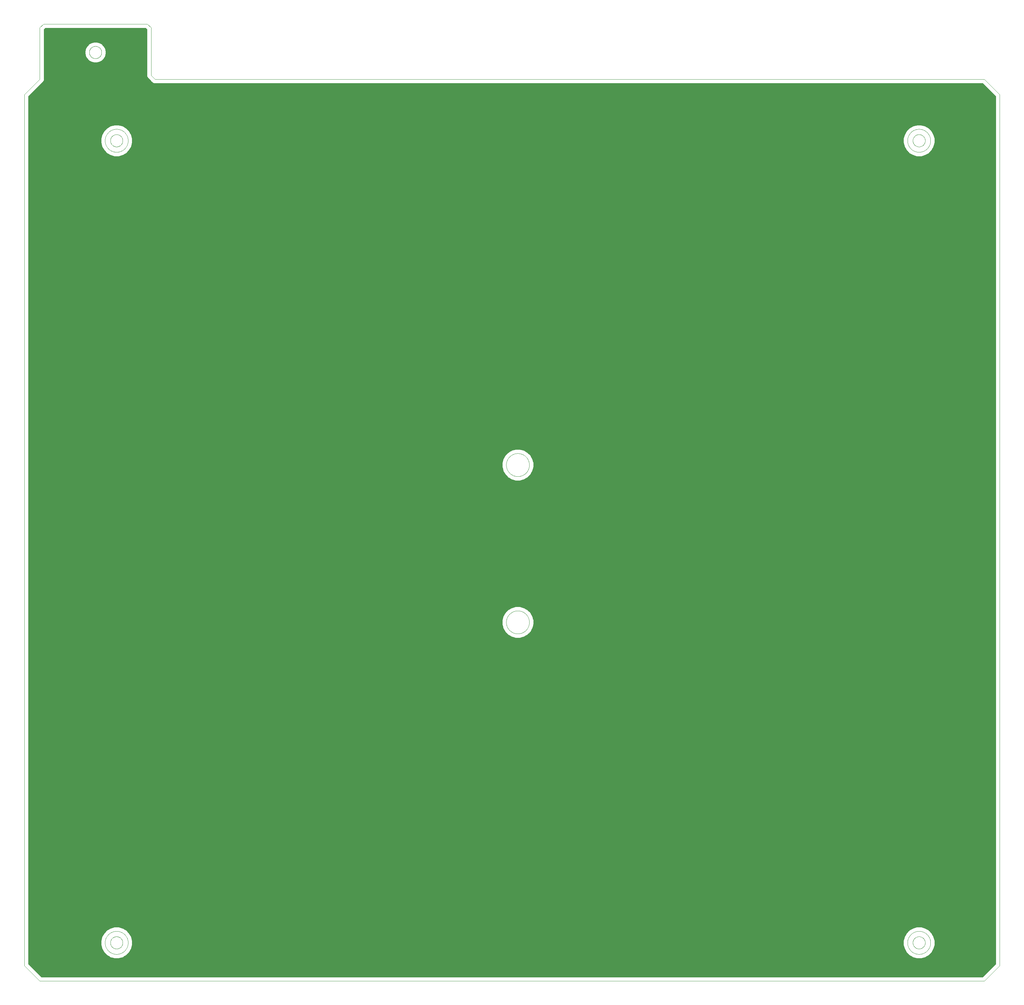
<source format=gbl>
G75*
%MOIN*%
%OFA0B0*%
%FSLAX25Y25*%
%IPPOS*%
%LPD*%
%AMOC8*
5,1,8,0,0,1.08239X$1,22.5*
%
%ADD10C,0.00000*%
%ADD11C,0.01600*%
D10*
X0003934Y0014445D02*
X0019682Y-0001303D01*
X0988186Y-0001303D01*
X1003934Y0014445D01*
X1003934Y0908146D01*
X0988186Y0923894D01*
X0137792Y0923894D01*
X0133855Y0927831D01*
X0133855Y0976650D01*
X0129918Y0980587D01*
X0023619Y0980587D01*
X0019682Y0976650D01*
X0019682Y0923894D01*
X0003934Y0908146D01*
X0003934Y0014445D01*
X0086611Y0038067D02*
X0086615Y0038357D01*
X0086625Y0038647D01*
X0086643Y0038936D01*
X0086668Y0039225D01*
X0086700Y0039513D01*
X0086739Y0039800D01*
X0086785Y0040086D01*
X0086838Y0040371D01*
X0086898Y0040655D01*
X0086965Y0040937D01*
X0087039Y0041217D01*
X0087120Y0041496D01*
X0087207Y0041772D01*
X0087301Y0042046D01*
X0087402Y0042318D01*
X0087510Y0042587D01*
X0087624Y0042853D01*
X0087745Y0043117D01*
X0087872Y0043377D01*
X0088006Y0043635D01*
X0088145Y0043889D01*
X0088291Y0044139D01*
X0088443Y0044386D01*
X0088602Y0044629D01*
X0088766Y0044868D01*
X0088935Y0045103D01*
X0089111Y0045334D01*
X0089292Y0045560D01*
X0089479Y0045782D01*
X0089671Y0045999D01*
X0089868Y0046211D01*
X0090070Y0046419D01*
X0090278Y0046621D01*
X0090490Y0046818D01*
X0090707Y0047010D01*
X0090929Y0047197D01*
X0091155Y0047378D01*
X0091386Y0047554D01*
X0091621Y0047723D01*
X0091860Y0047887D01*
X0092103Y0048046D01*
X0092350Y0048198D01*
X0092600Y0048344D01*
X0092854Y0048483D01*
X0093112Y0048617D01*
X0093372Y0048744D01*
X0093636Y0048865D01*
X0093902Y0048979D01*
X0094171Y0049087D01*
X0094443Y0049188D01*
X0094717Y0049282D01*
X0094993Y0049369D01*
X0095272Y0049450D01*
X0095552Y0049524D01*
X0095834Y0049591D01*
X0096118Y0049651D01*
X0096403Y0049704D01*
X0096689Y0049750D01*
X0096976Y0049789D01*
X0097264Y0049821D01*
X0097553Y0049846D01*
X0097842Y0049864D01*
X0098132Y0049874D01*
X0098422Y0049878D01*
X0098712Y0049874D01*
X0099002Y0049864D01*
X0099291Y0049846D01*
X0099580Y0049821D01*
X0099868Y0049789D01*
X0100155Y0049750D01*
X0100441Y0049704D01*
X0100726Y0049651D01*
X0101010Y0049591D01*
X0101292Y0049524D01*
X0101572Y0049450D01*
X0101851Y0049369D01*
X0102127Y0049282D01*
X0102401Y0049188D01*
X0102673Y0049087D01*
X0102942Y0048979D01*
X0103208Y0048865D01*
X0103472Y0048744D01*
X0103732Y0048617D01*
X0103990Y0048483D01*
X0104244Y0048344D01*
X0104494Y0048198D01*
X0104741Y0048046D01*
X0104984Y0047887D01*
X0105223Y0047723D01*
X0105458Y0047554D01*
X0105689Y0047378D01*
X0105915Y0047197D01*
X0106137Y0047010D01*
X0106354Y0046818D01*
X0106566Y0046621D01*
X0106774Y0046419D01*
X0106976Y0046211D01*
X0107173Y0045999D01*
X0107365Y0045782D01*
X0107552Y0045560D01*
X0107733Y0045334D01*
X0107909Y0045103D01*
X0108078Y0044868D01*
X0108242Y0044629D01*
X0108401Y0044386D01*
X0108553Y0044139D01*
X0108699Y0043889D01*
X0108838Y0043635D01*
X0108972Y0043377D01*
X0109099Y0043117D01*
X0109220Y0042853D01*
X0109334Y0042587D01*
X0109442Y0042318D01*
X0109543Y0042046D01*
X0109637Y0041772D01*
X0109724Y0041496D01*
X0109805Y0041217D01*
X0109879Y0040937D01*
X0109946Y0040655D01*
X0110006Y0040371D01*
X0110059Y0040086D01*
X0110105Y0039800D01*
X0110144Y0039513D01*
X0110176Y0039225D01*
X0110201Y0038936D01*
X0110219Y0038647D01*
X0110229Y0038357D01*
X0110233Y0038067D01*
X0110229Y0037777D01*
X0110219Y0037487D01*
X0110201Y0037198D01*
X0110176Y0036909D01*
X0110144Y0036621D01*
X0110105Y0036334D01*
X0110059Y0036048D01*
X0110006Y0035763D01*
X0109946Y0035479D01*
X0109879Y0035197D01*
X0109805Y0034917D01*
X0109724Y0034638D01*
X0109637Y0034362D01*
X0109543Y0034088D01*
X0109442Y0033816D01*
X0109334Y0033547D01*
X0109220Y0033281D01*
X0109099Y0033017D01*
X0108972Y0032757D01*
X0108838Y0032499D01*
X0108699Y0032245D01*
X0108553Y0031995D01*
X0108401Y0031748D01*
X0108242Y0031505D01*
X0108078Y0031266D01*
X0107909Y0031031D01*
X0107733Y0030800D01*
X0107552Y0030574D01*
X0107365Y0030352D01*
X0107173Y0030135D01*
X0106976Y0029923D01*
X0106774Y0029715D01*
X0106566Y0029513D01*
X0106354Y0029316D01*
X0106137Y0029124D01*
X0105915Y0028937D01*
X0105689Y0028756D01*
X0105458Y0028580D01*
X0105223Y0028411D01*
X0104984Y0028247D01*
X0104741Y0028088D01*
X0104494Y0027936D01*
X0104244Y0027790D01*
X0103990Y0027651D01*
X0103732Y0027517D01*
X0103472Y0027390D01*
X0103208Y0027269D01*
X0102942Y0027155D01*
X0102673Y0027047D01*
X0102401Y0026946D01*
X0102127Y0026852D01*
X0101851Y0026765D01*
X0101572Y0026684D01*
X0101292Y0026610D01*
X0101010Y0026543D01*
X0100726Y0026483D01*
X0100441Y0026430D01*
X0100155Y0026384D01*
X0099868Y0026345D01*
X0099580Y0026313D01*
X0099291Y0026288D01*
X0099002Y0026270D01*
X0098712Y0026260D01*
X0098422Y0026256D01*
X0098132Y0026260D01*
X0097842Y0026270D01*
X0097553Y0026288D01*
X0097264Y0026313D01*
X0096976Y0026345D01*
X0096689Y0026384D01*
X0096403Y0026430D01*
X0096118Y0026483D01*
X0095834Y0026543D01*
X0095552Y0026610D01*
X0095272Y0026684D01*
X0094993Y0026765D01*
X0094717Y0026852D01*
X0094443Y0026946D01*
X0094171Y0027047D01*
X0093902Y0027155D01*
X0093636Y0027269D01*
X0093372Y0027390D01*
X0093112Y0027517D01*
X0092854Y0027651D01*
X0092600Y0027790D01*
X0092350Y0027936D01*
X0092103Y0028088D01*
X0091860Y0028247D01*
X0091621Y0028411D01*
X0091386Y0028580D01*
X0091155Y0028756D01*
X0090929Y0028937D01*
X0090707Y0029124D01*
X0090490Y0029316D01*
X0090278Y0029513D01*
X0090070Y0029715D01*
X0089868Y0029923D01*
X0089671Y0030135D01*
X0089479Y0030352D01*
X0089292Y0030574D01*
X0089111Y0030800D01*
X0088935Y0031031D01*
X0088766Y0031266D01*
X0088602Y0031505D01*
X0088443Y0031748D01*
X0088291Y0031995D01*
X0088145Y0032245D01*
X0088006Y0032499D01*
X0087872Y0032757D01*
X0087745Y0033017D01*
X0087624Y0033281D01*
X0087510Y0033547D01*
X0087402Y0033816D01*
X0087301Y0034088D01*
X0087207Y0034362D01*
X0087120Y0034638D01*
X0087039Y0034917D01*
X0086965Y0035197D01*
X0086898Y0035479D01*
X0086838Y0035763D01*
X0086785Y0036048D01*
X0086739Y0036334D01*
X0086700Y0036621D01*
X0086668Y0036909D01*
X0086643Y0037198D01*
X0086625Y0037487D01*
X0086615Y0037777D01*
X0086611Y0038067D01*
X0092123Y0038067D02*
X0092125Y0038225D01*
X0092131Y0038383D01*
X0092141Y0038541D01*
X0092155Y0038699D01*
X0092173Y0038856D01*
X0092194Y0039013D01*
X0092220Y0039169D01*
X0092250Y0039325D01*
X0092283Y0039480D01*
X0092321Y0039633D01*
X0092362Y0039786D01*
X0092407Y0039938D01*
X0092456Y0040089D01*
X0092509Y0040238D01*
X0092565Y0040386D01*
X0092625Y0040532D01*
X0092689Y0040677D01*
X0092757Y0040820D01*
X0092828Y0040962D01*
X0092902Y0041102D01*
X0092980Y0041239D01*
X0093062Y0041375D01*
X0093146Y0041509D01*
X0093235Y0041640D01*
X0093326Y0041769D01*
X0093421Y0041896D01*
X0093518Y0042021D01*
X0093619Y0042143D01*
X0093723Y0042262D01*
X0093830Y0042379D01*
X0093940Y0042493D01*
X0094053Y0042604D01*
X0094168Y0042713D01*
X0094286Y0042818D01*
X0094407Y0042920D01*
X0094530Y0043020D01*
X0094656Y0043116D01*
X0094784Y0043209D01*
X0094914Y0043299D01*
X0095047Y0043385D01*
X0095182Y0043469D01*
X0095318Y0043548D01*
X0095457Y0043625D01*
X0095598Y0043697D01*
X0095740Y0043767D01*
X0095884Y0043832D01*
X0096030Y0043894D01*
X0096177Y0043952D01*
X0096326Y0044007D01*
X0096476Y0044058D01*
X0096627Y0044105D01*
X0096779Y0044148D01*
X0096932Y0044187D01*
X0097087Y0044223D01*
X0097242Y0044254D01*
X0097398Y0044282D01*
X0097554Y0044306D01*
X0097711Y0044326D01*
X0097869Y0044342D01*
X0098026Y0044354D01*
X0098185Y0044362D01*
X0098343Y0044366D01*
X0098501Y0044366D01*
X0098659Y0044362D01*
X0098818Y0044354D01*
X0098975Y0044342D01*
X0099133Y0044326D01*
X0099290Y0044306D01*
X0099446Y0044282D01*
X0099602Y0044254D01*
X0099757Y0044223D01*
X0099912Y0044187D01*
X0100065Y0044148D01*
X0100217Y0044105D01*
X0100368Y0044058D01*
X0100518Y0044007D01*
X0100667Y0043952D01*
X0100814Y0043894D01*
X0100960Y0043832D01*
X0101104Y0043767D01*
X0101246Y0043697D01*
X0101387Y0043625D01*
X0101526Y0043548D01*
X0101662Y0043469D01*
X0101797Y0043385D01*
X0101930Y0043299D01*
X0102060Y0043209D01*
X0102188Y0043116D01*
X0102314Y0043020D01*
X0102437Y0042920D01*
X0102558Y0042818D01*
X0102676Y0042713D01*
X0102791Y0042604D01*
X0102904Y0042493D01*
X0103014Y0042379D01*
X0103121Y0042262D01*
X0103225Y0042143D01*
X0103326Y0042021D01*
X0103423Y0041896D01*
X0103518Y0041769D01*
X0103609Y0041640D01*
X0103698Y0041509D01*
X0103782Y0041375D01*
X0103864Y0041239D01*
X0103942Y0041102D01*
X0104016Y0040962D01*
X0104087Y0040820D01*
X0104155Y0040677D01*
X0104219Y0040532D01*
X0104279Y0040386D01*
X0104335Y0040238D01*
X0104388Y0040089D01*
X0104437Y0039938D01*
X0104482Y0039786D01*
X0104523Y0039633D01*
X0104561Y0039480D01*
X0104594Y0039325D01*
X0104624Y0039169D01*
X0104650Y0039013D01*
X0104671Y0038856D01*
X0104689Y0038699D01*
X0104703Y0038541D01*
X0104713Y0038383D01*
X0104719Y0038225D01*
X0104721Y0038067D01*
X0104719Y0037909D01*
X0104713Y0037751D01*
X0104703Y0037593D01*
X0104689Y0037435D01*
X0104671Y0037278D01*
X0104650Y0037121D01*
X0104624Y0036965D01*
X0104594Y0036809D01*
X0104561Y0036654D01*
X0104523Y0036501D01*
X0104482Y0036348D01*
X0104437Y0036196D01*
X0104388Y0036045D01*
X0104335Y0035896D01*
X0104279Y0035748D01*
X0104219Y0035602D01*
X0104155Y0035457D01*
X0104087Y0035314D01*
X0104016Y0035172D01*
X0103942Y0035032D01*
X0103864Y0034895D01*
X0103782Y0034759D01*
X0103698Y0034625D01*
X0103609Y0034494D01*
X0103518Y0034365D01*
X0103423Y0034238D01*
X0103326Y0034113D01*
X0103225Y0033991D01*
X0103121Y0033872D01*
X0103014Y0033755D01*
X0102904Y0033641D01*
X0102791Y0033530D01*
X0102676Y0033421D01*
X0102558Y0033316D01*
X0102437Y0033214D01*
X0102314Y0033114D01*
X0102188Y0033018D01*
X0102060Y0032925D01*
X0101930Y0032835D01*
X0101797Y0032749D01*
X0101662Y0032665D01*
X0101526Y0032586D01*
X0101387Y0032509D01*
X0101246Y0032437D01*
X0101104Y0032367D01*
X0100960Y0032302D01*
X0100814Y0032240D01*
X0100667Y0032182D01*
X0100518Y0032127D01*
X0100368Y0032076D01*
X0100217Y0032029D01*
X0100065Y0031986D01*
X0099912Y0031947D01*
X0099757Y0031911D01*
X0099602Y0031880D01*
X0099446Y0031852D01*
X0099290Y0031828D01*
X0099133Y0031808D01*
X0098975Y0031792D01*
X0098818Y0031780D01*
X0098659Y0031772D01*
X0098501Y0031768D01*
X0098343Y0031768D01*
X0098185Y0031772D01*
X0098026Y0031780D01*
X0097869Y0031792D01*
X0097711Y0031808D01*
X0097554Y0031828D01*
X0097398Y0031852D01*
X0097242Y0031880D01*
X0097087Y0031911D01*
X0096932Y0031947D01*
X0096779Y0031986D01*
X0096627Y0032029D01*
X0096476Y0032076D01*
X0096326Y0032127D01*
X0096177Y0032182D01*
X0096030Y0032240D01*
X0095884Y0032302D01*
X0095740Y0032367D01*
X0095598Y0032437D01*
X0095457Y0032509D01*
X0095318Y0032586D01*
X0095182Y0032665D01*
X0095047Y0032749D01*
X0094914Y0032835D01*
X0094784Y0032925D01*
X0094656Y0033018D01*
X0094530Y0033114D01*
X0094407Y0033214D01*
X0094286Y0033316D01*
X0094168Y0033421D01*
X0094053Y0033530D01*
X0093940Y0033641D01*
X0093830Y0033755D01*
X0093723Y0033872D01*
X0093619Y0033991D01*
X0093518Y0034113D01*
X0093421Y0034238D01*
X0093326Y0034365D01*
X0093235Y0034494D01*
X0093146Y0034625D01*
X0093062Y0034759D01*
X0092980Y0034895D01*
X0092902Y0035032D01*
X0092828Y0035172D01*
X0092757Y0035314D01*
X0092689Y0035457D01*
X0092625Y0035602D01*
X0092565Y0035748D01*
X0092509Y0035896D01*
X0092456Y0036045D01*
X0092407Y0036196D01*
X0092362Y0036348D01*
X0092321Y0036501D01*
X0092283Y0036654D01*
X0092250Y0036809D01*
X0092220Y0036965D01*
X0092194Y0037121D01*
X0092173Y0037278D01*
X0092155Y0037435D01*
X0092141Y0037593D01*
X0092131Y0037751D01*
X0092125Y0037909D01*
X0092123Y0038067D01*
X0498028Y0366807D02*
X0498032Y0367097D01*
X0498042Y0367387D01*
X0498060Y0367676D01*
X0498085Y0367965D01*
X0498117Y0368253D01*
X0498156Y0368540D01*
X0498202Y0368826D01*
X0498255Y0369111D01*
X0498315Y0369395D01*
X0498382Y0369677D01*
X0498456Y0369957D01*
X0498537Y0370236D01*
X0498624Y0370512D01*
X0498718Y0370786D01*
X0498819Y0371058D01*
X0498927Y0371327D01*
X0499041Y0371593D01*
X0499162Y0371857D01*
X0499289Y0372117D01*
X0499423Y0372375D01*
X0499562Y0372629D01*
X0499708Y0372879D01*
X0499860Y0373126D01*
X0500019Y0373369D01*
X0500183Y0373608D01*
X0500352Y0373843D01*
X0500528Y0374074D01*
X0500709Y0374300D01*
X0500896Y0374522D01*
X0501088Y0374739D01*
X0501285Y0374951D01*
X0501487Y0375159D01*
X0501695Y0375361D01*
X0501907Y0375558D01*
X0502124Y0375750D01*
X0502346Y0375937D01*
X0502572Y0376118D01*
X0502803Y0376294D01*
X0503038Y0376463D01*
X0503277Y0376627D01*
X0503520Y0376786D01*
X0503767Y0376938D01*
X0504017Y0377084D01*
X0504271Y0377223D01*
X0504529Y0377357D01*
X0504789Y0377484D01*
X0505053Y0377605D01*
X0505319Y0377719D01*
X0505588Y0377827D01*
X0505860Y0377928D01*
X0506134Y0378022D01*
X0506410Y0378109D01*
X0506689Y0378190D01*
X0506969Y0378264D01*
X0507251Y0378331D01*
X0507535Y0378391D01*
X0507820Y0378444D01*
X0508106Y0378490D01*
X0508393Y0378529D01*
X0508681Y0378561D01*
X0508970Y0378586D01*
X0509259Y0378604D01*
X0509549Y0378614D01*
X0509839Y0378618D01*
X0510129Y0378614D01*
X0510419Y0378604D01*
X0510708Y0378586D01*
X0510997Y0378561D01*
X0511285Y0378529D01*
X0511572Y0378490D01*
X0511858Y0378444D01*
X0512143Y0378391D01*
X0512427Y0378331D01*
X0512709Y0378264D01*
X0512989Y0378190D01*
X0513268Y0378109D01*
X0513544Y0378022D01*
X0513818Y0377928D01*
X0514090Y0377827D01*
X0514359Y0377719D01*
X0514625Y0377605D01*
X0514889Y0377484D01*
X0515149Y0377357D01*
X0515407Y0377223D01*
X0515661Y0377084D01*
X0515911Y0376938D01*
X0516158Y0376786D01*
X0516401Y0376627D01*
X0516640Y0376463D01*
X0516875Y0376294D01*
X0517106Y0376118D01*
X0517332Y0375937D01*
X0517554Y0375750D01*
X0517771Y0375558D01*
X0517983Y0375361D01*
X0518191Y0375159D01*
X0518393Y0374951D01*
X0518590Y0374739D01*
X0518782Y0374522D01*
X0518969Y0374300D01*
X0519150Y0374074D01*
X0519326Y0373843D01*
X0519495Y0373608D01*
X0519659Y0373369D01*
X0519818Y0373126D01*
X0519970Y0372879D01*
X0520116Y0372629D01*
X0520255Y0372375D01*
X0520389Y0372117D01*
X0520516Y0371857D01*
X0520637Y0371593D01*
X0520751Y0371327D01*
X0520859Y0371058D01*
X0520960Y0370786D01*
X0521054Y0370512D01*
X0521141Y0370236D01*
X0521222Y0369957D01*
X0521296Y0369677D01*
X0521363Y0369395D01*
X0521423Y0369111D01*
X0521476Y0368826D01*
X0521522Y0368540D01*
X0521561Y0368253D01*
X0521593Y0367965D01*
X0521618Y0367676D01*
X0521636Y0367387D01*
X0521646Y0367097D01*
X0521650Y0366807D01*
X0521646Y0366517D01*
X0521636Y0366227D01*
X0521618Y0365938D01*
X0521593Y0365649D01*
X0521561Y0365361D01*
X0521522Y0365074D01*
X0521476Y0364788D01*
X0521423Y0364503D01*
X0521363Y0364219D01*
X0521296Y0363937D01*
X0521222Y0363657D01*
X0521141Y0363378D01*
X0521054Y0363102D01*
X0520960Y0362828D01*
X0520859Y0362556D01*
X0520751Y0362287D01*
X0520637Y0362021D01*
X0520516Y0361757D01*
X0520389Y0361497D01*
X0520255Y0361239D01*
X0520116Y0360985D01*
X0519970Y0360735D01*
X0519818Y0360488D01*
X0519659Y0360245D01*
X0519495Y0360006D01*
X0519326Y0359771D01*
X0519150Y0359540D01*
X0518969Y0359314D01*
X0518782Y0359092D01*
X0518590Y0358875D01*
X0518393Y0358663D01*
X0518191Y0358455D01*
X0517983Y0358253D01*
X0517771Y0358056D01*
X0517554Y0357864D01*
X0517332Y0357677D01*
X0517106Y0357496D01*
X0516875Y0357320D01*
X0516640Y0357151D01*
X0516401Y0356987D01*
X0516158Y0356828D01*
X0515911Y0356676D01*
X0515661Y0356530D01*
X0515407Y0356391D01*
X0515149Y0356257D01*
X0514889Y0356130D01*
X0514625Y0356009D01*
X0514359Y0355895D01*
X0514090Y0355787D01*
X0513818Y0355686D01*
X0513544Y0355592D01*
X0513268Y0355505D01*
X0512989Y0355424D01*
X0512709Y0355350D01*
X0512427Y0355283D01*
X0512143Y0355223D01*
X0511858Y0355170D01*
X0511572Y0355124D01*
X0511285Y0355085D01*
X0510997Y0355053D01*
X0510708Y0355028D01*
X0510419Y0355010D01*
X0510129Y0355000D01*
X0509839Y0354996D01*
X0509549Y0355000D01*
X0509259Y0355010D01*
X0508970Y0355028D01*
X0508681Y0355053D01*
X0508393Y0355085D01*
X0508106Y0355124D01*
X0507820Y0355170D01*
X0507535Y0355223D01*
X0507251Y0355283D01*
X0506969Y0355350D01*
X0506689Y0355424D01*
X0506410Y0355505D01*
X0506134Y0355592D01*
X0505860Y0355686D01*
X0505588Y0355787D01*
X0505319Y0355895D01*
X0505053Y0356009D01*
X0504789Y0356130D01*
X0504529Y0356257D01*
X0504271Y0356391D01*
X0504017Y0356530D01*
X0503767Y0356676D01*
X0503520Y0356828D01*
X0503277Y0356987D01*
X0503038Y0357151D01*
X0502803Y0357320D01*
X0502572Y0357496D01*
X0502346Y0357677D01*
X0502124Y0357864D01*
X0501907Y0358056D01*
X0501695Y0358253D01*
X0501487Y0358455D01*
X0501285Y0358663D01*
X0501088Y0358875D01*
X0500896Y0359092D01*
X0500709Y0359314D01*
X0500528Y0359540D01*
X0500352Y0359771D01*
X0500183Y0360006D01*
X0500019Y0360245D01*
X0499860Y0360488D01*
X0499708Y0360735D01*
X0499562Y0360985D01*
X0499423Y0361239D01*
X0499289Y0361497D01*
X0499162Y0361757D01*
X0499041Y0362021D01*
X0498927Y0362287D01*
X0498819Y0362556D01*
X0498718Y0362828D01*
X0498624Y0363102D01*
X0498537Y0363378D01*
X0498456Y0363657D01*
X0498382Y0363937D01*
X0498315Y0364219D01*
X0498255Y0364503D01*
X0498202Y0364788D01*
X0498156Y0365074D01*
X0498117Y0365361D01*
X0498085Y0365649D01*
X0498060Y0365938D01*
X0498042Y0366227D01*
X0498032Y0366517D01*
X0498028Y0366807D01*
X0498028Y0528224D02*
X0498032Y0528514D01*
X0498042Y0528804D01*
X0498060Y0529093D01*
X0498085Y0529382D01*
X0498117Y0529670D01*
X0498156Y0529957D01*
X0498202Y0530243D01*
X0498255Y0530528D01*
X0498315Y0530812D01*
X0498382Y0531094D01*
X0498456Y0531374D01*
X0498537Y0531653D01*
X0498624Y0531929D01*
X0498718Y0532203D01*
X0498819Y0532475D01*
X0498927Y0532744D01*
X0499041Y0533010D01*
X0499162Y0533274D01*
X0499289Y0533534D01*
X0499423Y0533792D01*
X0499562Y0534046D01*
X0499708Y0534296D01*
X0499860Y0534543D01*
X0500019Y0534786D01*
X0500183Y0535025D01*
X0500352Y0535260D01*
X0500528Y0535491D01*
X0500709Y0535717D01*
X0500896Y0535939D01*
X0501088Y0536156D01*
X0501285Y0536368D01*
X0501487Y0536576D01*
X0501695Y0536778D01*
X0501907Y0536975D01*
X0502124Y0537167D01*
X0502346Y0537354D01*
X0502572Y0537535D01*
X0502803Y0537711D01*
X0503038Y0537880D01*
X0503277Y0538044D01*
X0503520Y0538203D01*
X0503767Y0538355D01*
X0504017Y0538501D01*
X0504271Y0538640D01*
X0504529Y0538774D01*
X0504789Y0538901D01*
X0505053Y0539022D01*
X0505319Y0539136D01*
X0505588Y0539244D01*
X0505860Y0539345D01*
X0506134Y0539439D01*
X0506410Y0539526D01*
X0506689Y0539607D01*
X0506969Y0539681D01*
X0507251Y0539748D01*
X0507535Y0539808D01*
X0507820Y0539861D01*
X0508106Y0539907D01*
X0508393Y0539946D01*
X0508681Y0539978D01*
X0508970Y0540003D01*
X0509259Y0540021D01*
X0509549Y0540031D01*
X0509839Y0540035D01*
X0510129Y0540031D01*
X0510419Y0540021D01*
X0510708Y0540003D01*
X0510997Y0539978D01*
X0511285Y0539946D01*
X0511572Y0539907D01*
X0511858Y0539861D01*
X0512143Y0539808D01*
X0512427Y0539748D01*
X0512709Y0539681D01*
X0512989Y0539607D01*
X0513268Y0539526D01*
X0513544Y0539439D01*
X0513818Y0539345D01*
X0514090Y0539244D01*
X0514359Y0539136D01*
X0514625Y0539022D01*
X0514889Y0538901D01*
X0515149Y0538774D01*
X0515407Y0538640D01*
X0515661Y0538501D01*
X0515911Y0538355D01*
X0516158Y0538203D01*
X0516401Y0538044D01*
X0516640Y0537880D01*
X0516875Y0537711D01*
X0517106Y0537535D01*
X0517332Y0537354D01*
X0517554Y0537167D01*
X0517771Y0536975D01*
X0517983Y0536778D01*
X0518191Y0536576D01*
X0518393Y0536368D01*
X0518590Y0536156D01*
X0518782Y0535939D01*
X0518969Y0535717D01*
X0519150Y0535491D01*
X0519326Y0535260D01*
X0519495Y0535025D01*
X0519659Y0534786D01*
X0519818Y0534543D01*
X0519970Y0534296D01*
X0520116Y0534046D01*
X0520255Y0533792D01*
X0520389Y0533534D01*
X0520516Y0533274D01*
X0520637Y0533010D01*
X0520751Y0532744D01*
X0520859Y0532475D01*
X0520960Y0532203D01*
X0521054Y0531929D01*
X0521141Y0531653D01*
X0521222Y0531374D01*
X0521296Y0531094D01*
X0521363Y0530812D01*
X0521423Y0530528D01*
X0521476Y0530243D01*
X0521522Y0529957D01*
X0521561Y0529670D01*
X0521593Y0529382D01*
X0521618Y0529093D01*
X0521636Y0528804D01*
X0521646Y0528514D01*
X0521650Y0528224D01*
X0521646Y0527934D01*
X0521636Y0527644D01*
X0521618Y0527355D01*
X0521593Y0527066D01*
X0521561Y0526778D01*
X0521522Y0526491D01*
X0521476Y0526205D01*
X0521423Y0525920D01*
X0521363Y0525636D01*
X0521296Y0525354D01*
X0521222Y0525074D01*
X0521141Y0524795D01*
X0521054Y0524519D01*
X0520960Y0524245D01*
X0520859Y0523973D01*
X0520751Y0523704D01*
X0520637Y0523438D01*
X0520516Y0523174D01*
X0520389Y0522914D01*
X0520255Y0522656D01*
X0520116Y0522402D01*
X0519970Y0522152D01*
X0519818Y0521905D01*
X0519659Y0521662D01*
X0519495Y0521423D01*
X0519326Y0521188D01*
X0519150Y0520957D01*
X0518969Y0520731D01*
X0518782Y0520509D01*
X0518590Y0520292D01*
X0518393Y0520080D01*
X0518191Y0519872D01*
X0517983Y0519670D01*
X0517771Y0519473D01*
X0517554Y0519281D01*
X0517332Y0519094D01*
X0517106Y0518913D01*
X0516875Y0518737D01*
X0516640Y0518568D01*
X0516401Y0518404D01*
X0516158Y0518245D01*
X0515911Y0518093D01*
X0515661Y0517947D01*
X0515407Y0517808D01*
X0515149Y0517674D01*
X0514889Y0517547D01*
X0514625Y0517426D01*
X0514359Y0517312D01*
X0514090Y0517204D01*
X0513818Y0517103D01*
X0513544Y0517009D01*
X0513268Y0516922D01*
X0512989Y0516841D01*
X0512709Y0516767D01*
X0512427Y0516700D01*
X0512143Y0516640D01*
X0511858Y0516587D01*
X0511572Y0516541D01*
X0511285Y0516502D01*
X0510997Y0516470D01*
X0510708Y0516445D01*
X0510419Y0516427D01*
X0510129Y0516417D01*
X0509839Y0516413D01*
X0509549Y0516417D01*
X0509259Y0516427D01*
X0508970Y0516445D01*
X0508681Y0516470D01*
X0508393Y0516502D01*
X0508106Y0516541D01*
X0507820Y0516587D01*
X0507535Y0516640D01*
X0507251Y0516700D01*
X0506969Y0516767D01*
X0506689Y0516841D01*
X0506410Y0516922D01*
X0506134Y0517009D01*
X0505860Y0517103D01*
X0505588Y0517204D01*
X0505319Y0517312D01*
X0505053Y0517426D01*
X0504789Y0517547D01*
X0504529Y0517674D01*
X0504271Y0517808D01*
X0504017Y0517947D01*
X0503767Y0518093D01*
X0503520Y0518245D01*
X0503277Y0518404D01*
X0503038Y0518568D01*
X0502803Y0518737D01*
X0502572Y0518913D01*
X0502346Y0519094D01*
X0502124Y0519281D01*
X0501907Y0519473D01*
X0501695Y0519670D01*
X0501487Y0519872D01*
X0501285Y0520080D01*
X0501088Y0520292D01*
X0500896Y0520509D01*
X0500709Y0520731D01*
X0500528Y0520957D01*
X0500352Y0521188D01*
X0500183Y0521423D01*
X0500019Y0521662D01*
X0499860Y0521905D01*
X0499708Y0522152D01*
X0499562Y0522402D01*
X0499423Y0522656D01*
X0499289Y0522914D01*
X0499162Y0523174D01*
X0499041Y0523438D01*
X0498927Y0523704D01*
X0498819Y0523973D01*
X0498718Y0524245D01*
X0498624Y0524519D01*
X0498537Y0524795D01*
X0498456Y0525074D01*
X0498382Y0525354D01*
X0498315Y0525636D01*
X0498255Y0525920D01*
X0498202Y0526205D01*
X0498156Y0526491D01*
X0498117Y0526778D01*
X0498085Y0527066D01*
X0498060Y0527355D01*
X0498042Y0527644D01*
X0498032Y0527934D01*
X0498028Y0528224D01*
X0086611Y0860902D02*
X0086615Y0861192D01*
X0086625Y0861482D01*
X0086643Y0861771D01*
X0086668Y0862060D01*
X0086700Y0862348D01*
X0086739Y0862635D01*
X0086785Y0862921D01*
X0086838Y0863206D01*
X0086898Y0863490D01*
X0086965Y0863772D01*
X0087039Y0864052D01*
X0087120Y0864331D01*
X0087207Y0864607D01*
X0087301Y0864881D01*
X0087402Y0865153D01*
X0087510Y0865422D01*
X0087624Y0865688D01*
X0087745Y0865952D01*
X0087872Y0866212D01*
X0088006Y0866470D01*
X0088145Y0866724D01*
X0088291Y0866974D01*
X0088443Y0867221D01*
X0088602Y0867464D01*
X0088766Y0867703D01*
X0088935Y0867938D01*
X0089111Y0868169D01*
X0089292Y0868395D01*
X0089479Y0868617D01*
X0089671Y0868834D01*
X0089868Y0869046D01*
X0090070Y0869254D01*
X0090278Y0869456D01*
X0090490Y0869653D01*
X0090707Y0869845D01*
X0090929Y0870032D01*
X0091155Y0870213D01*
X0091386Y0870389D01*
X0091621Y0870558D01*
X0091860Y0870722D01*
X0092103Y0870881D01*
X0092350Y0871033D01*
X0092600Y0871179D01*
X0092854Y0871318D01*
X0093112Y0871452D01*
X0093372Y0871579D01*
X0093636Y0871700D01*
X0093902Y0871814D01*
X0094171Y0871922D01*
X0094443Y0872023D01*
X0094717Y0872117D01*
X0094993Y0872204D01*
X0095272Y0872285D01*
X0095552Y0872359D01*
X0095834Y0872426D01*
X0096118Y0872486D01*
X0096403Y0872539D01*
X0096689Y0872585D01*
X0096976Y0872624D01*
X0097264Y0872656D01*
X0097553Y0872681D01*
X0097842Y0872699D01*
X0098132Y0872709D01*
X0098422Y0872713D01*
X0098712Y0872709D01*
X0099002Y0872699D01*
X0099291Y0872681D01*
X0099580Y0872656D01*
X0099868Y0872624D01*
X0100155Y0872585D01*
X0100441Y0872539D01*
X0100726Y0872486D01*
X0101010Y0872426D01*
X0101292Y0872359D01*
X0101572Y0872285D01*
X0101851Y0872204D01*
X0102127Y0872117D01*
X0102401Y0872023D01*
X0102673Y0871922D01*
X0102942Y0871814D01*
X0103208Y0871700D01*
X0103472Y0871579D01*
X0103732Y0871452D01*
X0103990Y0871318D01*
X0104244Y0871179D01*
X0104494Y0871033D01*
X0104741Y0870881D01*
X0104984Y0870722D01*
X0105223Y0870558D01*
X0105458Y0870389D01*
X0105689Y0870213D01*
X0105915Y0870032D01*
X0106137Y0869845D01*
X0106354Y0869653D01*
X0106566Y0869456D01*
X0106774Y0869254D01*
X0106976Y0869046D01*
X0107173Y0868834D01*
X0107365Y0868617D01*
X0107552Y0868395D01*
X0107733Y0868169D01*
X0107909Y0867938D01*
X0108078Y0867703D01*
X0108242Y0867464D01*
X0108401Y0867221D01*
X0108553Y0866974D01*
X0108699Y0866724D01*
X0108838Y0866470D01*
X0108972Y0866212D01*
X0109099Y0865952D01*
X0109220Y0865688D01*
X0109334Y0865422D01*
X0109442Y0865153D01*
X0109543Y0864881D01*
X0109637Y0864607D01*
X0109724Y0864331D01*
X0109805Y0864052D01*
X0109879Y0863772D01*
X0109946Y0863490D01*
X0110006Y0863206D01*
X0110059Y0862921D01*
X0110105Y0862635D01*
X0110144Y0862348D01*
X0110176Y0862060D01*
X0110201Y0861771D01*
X0110219Y0861482D01*
X0110229Y0861192D01*
X0110233Y0860902D01*
X0110229Y0860612D01*
X0110219Y0860322D01*
X0110201Y0860033D01*
X0110176Y0859744D01*
X0110144Y0859456D01*
X0110105Y0859169D01*
X0110059Y0858883D01*
X0110006Y0858598D01*
X0109946Y0858314D01*
X0109879Y0858032D01*
X0109805Y0857752D01*
X0109724Y0857473D01*
X0109637Y0857197D01*
X0109543Y0856923D01*
X0109442Y0856651D01*
X0109334Y0856382D01*
X0109220Y0856116D01*
X0109099Y0855852D01*
X0108972Y0855592D01*
X0108838Y0855334D01*
X0108699Y0855080D01*
X0108553Y0854830D01*
X0108401Y0854583D01*
X0108242Y0854340D01*
X0108078Y0854101D01*
X0107909Y0853866D01*
X0107733Y0853635D01*
X0107552Y0853409D01*
X0107365Y0853187D01*
X0107173Y0852970D01*
X0106976Y0852758D01*
X0106774Y0852550D01*
X0106566Y0852348D01*
X0106354Y0852151D01*
X0106137Y0851959D01*
X0105915Y0851772D01*
X0105689Y0851591D01*
X0105458Y0851415D01*
X0105223Y0851246D01*
X0104984Y0851082D01*
X0104741Y0850923D01*
X0104494Y0850771D01*
X0104244Y0850625D01*
X0103990Y0850486D01*
X0103732Y0850352D01*
X0103472Y0850225D01*
X0103208Y0850104D01*
X0102942Y0849990D01*
X0102673Y0849882D01*
X0102401Y0849781D01*
X0102127Y0849687D01*
X0101851Y0849600D01*
X0101572Y0849519D01*
X0101292Y0849445D01*
X0101010Y0849378D01*
X0100726Y0849318D01*
X0100441Y0849265D01*
X0100155Y0849219D01*
X0099868Y0849180D01*
X0099580Y0849148D01*
X0099291Y0849123D01*
X0099002Y0849105D01*
X0098712Y0849095D01*
X0098422Y0849091D01*
X0098132Y0849095D01*
X0097842Y0849105D01*
X0097553Y0849123D01*
X0097264Y0849148D01*
X0096976Y0849180D01*
X0096689Y0849219D01*
X0096403Y0849265D01*
X0096118Y0849318D01*
X0095834Y0849378D01*
X0095552Y0849445D01*
X0095272Y0849519D01*
X0094993Y0849600D01*
X0094717Y0849687D01*
X0094443Y0849781D01*
X0094171Y0849882D01*
X0093902Y0849990D01*
X0093636Y0850104D01*
X0093372Y0850225D01*
X0093112Y0850352D01*
X0092854Y0850486D01*
X0092600Y0850625D01*
X0092350Y0850771D01*
X0092103Y0850923D01*
X0091860Y0851082D01*
X0091621Y0851246D01*
X0091386Y0851415D01*
X0091155Y0851591D01*
X0090929Y0851772D01*
X0090707Y0851959D01*
X0090490Y0852151D01*
X0090278Y0852348D01*
X0090070Y0852550D01*
X0089868Y0852758D01*
X0089671Y0852970D01*
X0089479Y0853187D01*
X0089292Y0853409D01*
X0089111Y0853635D01*
X0088935Y0853866D01*
X0088766Y0854101D01*
X0088602Y0854340D01*
X0088443Y0854583D01*
X0088291Y0854830D01*
X0088145Y0855080D01*
X0088006Y0855334D01*
X0087872Y0855592D01*
X0087745Y0855852D01*
X0087624Y0856116D01*
X0087510Y0856382D01*
X0087402Y0856651D01*
X0087301Y0856923D01*
X0087207Y0857197D01*
X0087120Y0857473D01*
X0087039Y0857752D01*
X0086965Y0858032D01*
X0086898Y0858314D01*
X0086838Y0858598D01*
X0086785Y0858883D01*
X0086739Y0859169D01*
X0086700Y0859456D01*
X0086668Y0859744D01*
X0086643Y0860033D01*
X0086625Y0860322D01*
X0086615Y0860612D01*
X0086611Y0860902D01*
X0092123Y0860902D02*
X0092125Y0861060D01*
X0092131Y0861218D01*
X0092141Y0861376D01*
X0092155Y0861534D01*
X0092173Y0861691D01*
X0092194Y0861848D01*
X0092220Y0862004D01*
X0092250Y0862160D01*
X0092283Y0862315D01*
X0092321Y0862468D01*
X0092362Y0862621D01*
X0092407Y0862773D01*
X0092456Y0862924D01*
X0092509Y0863073D01*
X0092565Y0863221D01*
X0092625Y0863367D01*
X0092689Y0863512D01*
X0092757Y0863655D01*
X0092828Y0863797D01*
X0092902Y0863937D01*
X0092980Y0864074D01*
X0093062Y0864210D01*
X0093146Y0864344D01*
X0093235Y0864475D01*
X0093326Y0864604D01*
X0093421Y0864731D01*
X0093518Y0864856D01*
X0093619Y0864978D01*
X0093723Y0865097D01*
X0093830Y0865214D01*
X0093940Y0865328D01*
X0094053Y0865439D01*
X0094168Y0865548D01*
X0094286Y0865653D01*
X0094407Y0865755D01*
X0094530Y0865855D01*
X0094656Y0865951D01*
X0094784Y0866044D01*
X0094914Y0866134D01*
X0095047Y0866220D01*
X0095182Y0866304D01*
X0095318Y0866383D01*
X0095457Y0866460D01*
X0095598Y0866532D01*
X0095740Y0866602D01*
X0095884Y0866667D01*
X0096030Y0866729D01*
X0096177Y0866787D01*
X0096326Y0866842D01*
X0096476Y0866893D01*
X0096627Y0866940D01*
X0096779Y0866983D01*
X0096932Y0867022D01*
X0097087Y0867058D01*
X0097242Y0867089D01*
X0097398Y0867117D01*
X0097554Y0867141D01*
X0097711Y0867161D01*
X0097869Y0867177D01*
X0098026Y0867189D01*
X0098185Y0867197D01*
X0098343Y0867201D01*
X0098501Y0867201D01*
X0098659Y0867197D01*
X0098818Y0867189D01*
X0098975Y0867177D01*
X0099133Y0867161D01*
X0099290Y0867141D01*
X0099446Y0867117D01*
X0099602Y0867089D01*
X0099757Y0867058D01*
X0099912Y0867022D01*
X0100065Y0866983D01*
X0100217Y0866940D01*
X0100368Y0866893D01*
X0100518Y0866842D01*
X0100667Y0866787D01*
X0100814Y0866729D01*
X0100960Y0866667D01*
X0101104Y0866602D01*
X0101246Y0866532D01*
X0101387Y0866460D01*
X0101526Y0866383D01*
X0101662Y0866304D01*
X0101797Y0866220D01*
X0101930Y0866134D01*
X0102060Y0866044D01*
X0102188Y0865951D01*
X0102314Y0865855D01*
X0102437Y0865755D01*
X0102558Y0865653D01*
X0102676Y0865548D01*
X0102791Y0865439D01*
X0102904Y0865328D01*
X0103014Y0865214D01*
X0103121Y0865097D01*
X0103225Y0864978D01*
X0103326Y0864856D01*
X0103423Y0864731D01*
X0103518Y0864604D01*
X0103609Y0864475D01*
X0103698Y0864344D01*
X0103782Y0864210D01*
X0103864Y0864074D01*
X0103942Y0863937D01*
X0104016Y0863797D01*
X0104087Y0863655D01*
X0104155Y0863512D01*
X0104219Y0863367D01*
X0104279Y0863221D01*
X0104335Y0863073D01*
X0104388Y0862924D01*
X0104437Y0862773D01*
X0104482Y0862621D01*
X0104523Y0862468D01*
X0104561Y0862315D01*
X0104594Y0862160D01*
X0104624Y0862004D01*
X0104650Y0861848D01*
X0104671Y0861691D01*
X0104689Y0861534D01*
X0104703Y0861376D01*
X0104713Y0861218D01*
X0104719Y0861060D01*
X0104721Y0860902D01*
X0104719Y0860744D01*
X0104713Y0860586D01*
X0104703Y0860428D01*
X0104689Y0860270D01*
X0104671Y0860113D01*
X0104650Y0859956D01*
X0104624Y0859800D01*
X0104594Y0859644D01*
X0104561Y0859489D01*
X0104523Y0859336D01*
X0104482Y0859183D01*
X0104437Y0859031D01*
X0104388Y0858880D01*
X0104335Y0858731D01*
X0104279Y0858583D01*
X0104219Y0858437D01*
X0104155Y0858292D01*
X0104087Y0858149D01*
X0104016Y0858007D01*
X0103942Y0857867D01*
X0103864Y0857730D01*
X0103782Y0857594D01*
X0103698Y0857460D01*
X0103609Y0857329D01*
X0103518Y0857200D01*
X0103423Y0857073D01*
X0103326Y0856948D01*
X0103225Y0856826D01*
X0103121Y0856707D01*
X0103014Y0856590D01*
X0102904Y0856476D01*
X0102791Y0856365D01*
X0102676Y0856256D01*
X0102558Y0856151D01*
X0102437Y0856049D01*
X0102314Y0855949D01*
X0102188Y0855853D01*
X0102060Y0855760D01*
X0101930Y0855670D01*
X0101797Y0855584D01*
X0101662Y0855500D01*
X0101526Y0855421D01*
X0101387Y0855344D01*
X0101246Y0855272D01*
X0101104Y0855202D01*
X0100960Y0855137D01*
X0100814Y0855075D01*
X0100667Y0855017D01*
X0100518Y0854962D01*
X0100368Y0854911D01*
X0100217Y0854864D01*
X0100065Y0854821D01*
X0099912Y0854782D01*
X0099757Y0854746D01*
X0099602Y0854715D01*
X0099446Y0854687D01*
X0099290Y0854663D01*
X0099133Y0854643D01*
X0098975Y0854627D01*
X0098818Y0854615D01*
X0098659Y0854607D01*
X0098501Y0854603D01*
X0098343Y0854603D01*
X0098185Y0854607D01*
X0098026Y0854615D01*
X0097869Y0854627D01*
X0097711Y0854643D01*
X0097554Y0854663D01*
X0097398Y0854687D01*
X0097242Y0854715D01*
X0097087Y0854746D01*
X0096932Y0854782D01*
X0096779Y0854821D01*
X0096627Y0854864D01*
X0096476Y0854911D01*
X0096326Y0854962D01*
X0096177Y0855017D01*
X0096030Y0855075D01*
X0095884Y0855137D01*
X0095740Y0855202D01*
X0095598Y0855272D01*
X0095457Y0855344D01*
X0095318Y0855421D01*
X0095182Y0855500D01*
X0095047Y0855584D01*
X0094914Y0855670D01*
X0094784Y0855760D01*
X0094656Y0855853D01*
X0094530Y0855949D01*
X0094407Y0856049D01*
X0094286Y0856151D01*
X0094168Y0856256D01*
X0094053Y0856365D01*
X0093940Y0856476D01*
X0093830Y0856590D01*
X0093723Y0856707D01*
X0093619Y0856826D01*
X0093518Y0856948D01*
X0093421Y0857073D01*
X0093326Y0857200D01*
X0093235Y0857329D01*
X0093146Y0857460D01*
X0093062Y0857594D01*
X0092980Y0857730D01*
X0092902Y0857867D01*
X0092828Y0858007D01*
X0092757Y0858149D01*
X0092689Y0858292D01*
X0092625Y0858437D01*
X0092565Y0858583D01*
X0092509Y0858731D01*
X0092456Y0858880D01*
X0092407Y0859031D01*
X0092362Y0859183D01*
X0092321Y0859336D01*
X0092283Y0859489D01*
X0092250Y0859644D01*
X0092220Y0859800D01*
X0092194Y0859956D01*
X0092173Y0860113D01*
X0092155Y0860270D01*
X0092141Y0860428D01*
X0092131Y0860586D01*
X0092125Y0860744D01*
X0092123Y0860902D01*
X0070469Y0951453D02*
X0070471Y0951611D01*
X0070477Y0951769D01*
X0070487Y0951927D01*
X0070501Y0952085D01*
X0070519Y0952242D01*
X0070540Y0952399D01*
X0070566Y0952555D01*
X0070596Y0952711D01*
X0070629Y0952866D01*
X0070667Y0953019D01*
X0070708Y0953172D01*
X0070753Y0953324D01*
X0070802Y0953475D01*
X0070855Y0953624D01*
X0070911Y0953772D01*
X0070971Y0953918D01*
X0071035Y0954063D01*
X0071103Y0954206D01*
X0071174Y0954348D01*
X0071248Y0954488D01*
X0071326Y0954625D01*
X0071408Y0954761D01*
X0071492Y0954895D01*
X0071581Y0955026D01*
X0071672Y0955155D01*
X0071767Y0955282D01*
X0071864Y0955407D01*
X0071965Y0955529D01*
X0072069Y0955648D01*
X0072176Y0955765D01*
X0072286Y0955879D01*
X0072399Y0955990D01*
X0072514Y0956099D01*
X0072632Y0956204D01*
X0072753Y0956306D01*
X0072876Y0956406D01*
X0073002Y0956502D01*
X0073130Y0956595D01*
X0073260Y0956685D01*
X0073393Y0956771D01*
X0073528Y0956855D01*
X0073664Y0956934D01*
X0073803Y0957011D01*
X0073944Y0957083D01*
X0074086Y0957153D01*
X0074230Y0957218D01*
X0074376Y0957280D01*
X0074523Y0957338D01*
X0074672Y0957393D01*
X0074822Y0957444D01*
X0074973Y0957491D01*
X0075125Y0957534D01*
X0075278Y0957573D01*
X0075433Y0957609D01*
X0075588Y0957640D01*
X0075744Y0957668D01*
X0075900Y0957692D01*
X0076057Y0957712D01*
X0076215Y0957728D01*
X0076372Y0957740D01*
X0076531Y0957748D01*
X0076689Y0957752D01*
X0076847Y0957752D01*
X0077005Y0957748D01*
X0077164Y0957740D01*
X0077321Y0957728D01*
X0077479Y0957712D01*
X0077636Y0957692D01*
X0077792Y0957668D01*
X0077948Y0957640D01*
X0078103Y0957609D01*
X0078258Y0957573D01*
X0078411Y0957534D01*
X0078563Y0957491D01*
X0078714Y0957444D01*
X0078864Y0957393D01*
X0079013Y0957338D01*
X0079160Y0957280D01*
X0079306Y0957218D01*
X0079450Y0957153D01*
X0079592Y0957083D01*
X0079733Y0957011D01*
X0079872Y0956934D01*
X0080008Y0956855D01*
X0080143Y0956771D01*
X0080276Y0956685D01*
X0080406Y0956595D01*
X0080534Y0956502D01*
X0080660Y0956406D01*
X0080783Y0956306D01*
X0080904Y0956204D01*
X0081022Y0956099D01*
X0081137Y0955990D01*
X0081250Y0955879D01*
X0081360Y0955765D01*
X0081467Y0955648D01*
X0081571Y0955529D01*
X0081672Y0955407D01*
X0081769Y0955282D01*
X0081864Y0955155D01*
X0081955Y0955026D01*
X0082044Y0954895D01*
X0082128Y0954761D01*
X0082210Y0954625D01*
X0082288Y0954488D01*
X0082362Y0954348D01*
X0082433Y0954206D01*
X0082501Y0954063D01*
X0082565Y0953918D01*
X0082625Y0953772D01*
X0082681Y0953624D01*
X0082734Y0953475D01*
X0082783Y0953324D01*
X0082828Y0953172D01*
X0082869Y0953019D01*
X0082907Y0952866D01*
X0082940Y0952711D01*
X0082970Y0952555D01*
X0082996Y0952399D01*
X0083017Y0952242D01*
X0083035Y0952085D01*
X0083049Y0951927D01*
X0083059Y0951769D01*
X0083065Y0951611D01*
X0083067Y0951453D01*
X0083065Y0951295D01*
X0083059Y0951137D01*
X0083049Y0950979D01*
X0083035Y0950821D01*
X0083017Y0950664D01*
X0082996Y0950507D01*
X0082970Y0950351D01*
X0082940Y0950195D01*
X0082907Y0950040D01*
X0082869Y0949887D01*
X0082828Y0949734D01*
X0082783Y0949582D01*
X0082734Y0949431D01*
X0082681Y0949282D01*
X0082625Y0949134D01*
X0082565Y0948988D01*
X0082501Y0948843D01*
X0082433Y0948700D01*
X0082362Y0948558D01*
X0082288Y0948418D01*
X0082210Y0948281D01*
X0082128Y0948145D01*
X0082044Y0948011D01*
X0081955Y0947880D01*
X0081864Y0947751D01*
X0081769Y0947624D01*
X0081672Y0947499D01*
X0081571Y0947377D01*
X0081467Y0947258D01*
X0081360Y0947141D01*
X0081250Y0947027D01*
X0081137Y0946916D01*
X0081022Y0946807D01*
X0080904Y0946702D01*
X0080783Y0946600D01*
X0080660Y0946500D01*
X0080534Y0946404D01*
X0080406Y0946311D01*
X0080276Y0946221D01*
X0080143Y0946135D01*
X0080008Y0946051D01*
X0079872Y0945972D01*
X0079733Y0945895D01*
X0079592Y0945823D01*
X0079450Y0945753D01*
X0079306Y0945688D01*
X0079160Y0945626D01*
X0079013Y0945568D01*
X0078864Y0945513D01*
X0078714Y0945462D01*
X0078563Y0945415D01*
X0078411Y0945372D01*
X0078258Y0945333D01*
X0078103Y0945297D01*
X0077948Y0945266D01*
X0077792Y0945238D01*
X0077636Y0945214D01*
X0077479Y0945194D01*
X0077321Y0945178D01*
X0077164Y0945166D01*
X0077005Y0945158D01*
X0076847Y0945154D01*
X0076689Y0945154D01*
X0076531Y0945158D01*
X0076372Y0945166D01*
X0076215Y0945178D01*
X0076057Y0945194D01*
X0075900Y0945214D01*
X0075744Y0945238D01*
X0075588Y0945266D01*
X0075433Y0945297D01*
X0075278Y0945333D01*
X0075125Y0945372D01*
X0074973Y0945415D01*
X0074822Y0945462D01*
X0074672Y0945513D01*
X0074523Y0945568D01*
X0074376Y0945626D01*
X0074230Y0945688D01*
X0074086Y0945753D01*
X0073944Y0945823D01*
X0073803Y0945895D01*
X0073664Y0945972D01*
X0073528Y0946051D01*
X0073393Y0946135D01*
X0073260Y0946221D01*
X0073130Y0946311D01*
X0073002Y0946404D01*
X0072876Y0946500D01*
X0072753Y0946600D01*
X0072632Y0946702D01*
X0072514Y0946807D01*
X0072399Y0946916D01*
X0072286Y0947027D01*
X0072176Y0947141D01*
X0072069Y0947258D01*
X0071965Y0947377D01*
X0071864Y0947499D01*
X0071767Y0947624D01*
X0071672Y0947751D01*
X0071581Y0947880D01*
X0071492Y0948011D01*
X0071408Y0948145D01*
X0071326Y0948281D01*
X0071248Y0948418D01*
X0071174Y0948558D01*
X0071103Y0948700D01*
X0071035Y0948843D01*
X0070971Y0948988D01*
X0070911Y0949134D01*
X0070855Y0949282D01*
X0070802Y0949431D01*
X0070753Y0949582D01*
X0070708Y0949734D01*
X0070667Y0949887D01*
X0070629Y0950040D01*
X0070596Y0950195D01*
X0070566Y0950351D01*
X0070540Y0950507D01*
X0070519Y0950664D01*
X0070501Y0950821D01*
X0070487Y0950979D01*
X0070477Y0951137D01*
X0070471Y0951295D01*
X0070469Y0951453D01*
X0909446Y0860902D02*
X0909450Y0861192D01*
X0909460Y0861482D01*
X0909478Y0861771D01*
X0909503Y0862060D01*
X0909535Y0862348D01*
X0909574Y0862635D01*
X0909620Y0862921D01*
X0909673Y0863206D01*
X0909733Y0863490D01*
X0909800Y0863772D01*
X0909874Y0864052D01*
X0909955Y0864331D01*
X0910042Y0864607D01*
X0910136Y0864881D01*
X0910237Y0865153D01*
X0910345Y0865422D01*
X0910459Y0865688D01*
X0910580Y0865952D01*
X0910707Y0866212D01*
X0910841Y0866470D01*
X0910980Y0866724D01*
X0911126Y0866974D01*
X0911278Y0867221D01*
X0911437Y0867464D01*
X0911601Y0867703D01*
X0911770Y0867938D01*
X0911946Y0868169D01*
X0912127Y0868395D01*
X0912314Y0868617D01*
X0912506Y0868834D01*
X0912703Y0869046D01*
X0912905Y0869254D01*
X0913113Y0869456D01*
X0913325Y0869653D01*
X0913542Y0869845D01*
X0913764Y0870032D01*
X0913990Y0870213D01*
X0914221Y0870389D01*
X0914456Y0870558D01*
X0914695Y0870722D01*
X0914938Y0870881D01*
X0915185Y0871033D01*
X0915435Y0871179D01*
X0915689Y0871318D01*
X0915947Y0871452D01*
X0916207Y0871579D01*
X0916471Y0871700D01*
X0916737Y0871814D01*
X0917006Y0871922D01*
X0917278Y0872023D01*
X0917552Y0872117D01*
X0917828Y0872204D01*
X0918107Y0872285D01*
X0918387Y0872359D01*
X0918669Y0872426D01*
X0918953Y0872486D01*
X0919238Y0872539D01*
X0919524Y0872585D01*
X0919811Y0872624D01*
X0920099Y0872656D01*
X0920388Y0872681D01*
X0920677Y0872699D01*
X0920967Y0872709D01*
X0921257Y0872713D01*
X0921547Y0872709D01*
X0921837Y0872699D01*
X0922126Y0872681D01*
X0922415Y0872656D01*
X0922703Y0872624D01*
X0922990Y0872585D01*
X0923276Y0872539D01*
X0923561Y0872486D01*
X0923845Y0872426D01*
X0924127Y0872359D01*
X0924407Y0872285D01*
X0924686Y0872204D01*
X0924962Y0872117D01*
X0925236Y0872023D01*
X0925508Y0871922D01*
X0925777Y0871814D01*
X0926043Y0871700D01*
X0926307Y0871579D01*
X0926567Y0871452D01*
X0926825Y0871318D01*
X0927079Y0871179D01*
X0927329Y0871033D01*
X0927576Y0870881D01*
X0927819Y0870722D01*
X0928058Y0870558D01*
X0928293Y0870389D01*
X0928524Y0870213D01*
X0928750Y0870032D01*
X0928972Y0869845D01*
X0929189Y0869653D01*
X0929401Y0869456D01*
X0929609Y0869254D01*
X0929811Y0869046D01*
X0930008Y0868834D01*
X0930200Y0868617D01*
X0930387Y0868395D01*
X0930568Y0868169D01*
X0930744Y0867938D01*
X0930913Y0867703D01*
X0931077Y0867464D01*
X0931236Y0867221D01*
X0931388Y0866974D01*
X0931534Y0866724D01*
X0931673Y0866470D01*
X0931807Y0866212D01*
X0931934Y0865952D01*
X0932055Y0865688D01*
X0932169Y0865422D01*
X0932277Y0865153D01*
X0932378Y0864881D01*
X0932472Y0864607D01*
X0932559Y0864331D01*
X0932640Y0864052D01*
X0932714Y0863772D01*
X0932781Y0863490D01*
X0932841Y0863206D01*
X0932894Y0862921D01*
X0932940Y0862635D01*
X0932979Y0862348D01*
X0933011Y0862060D01*
X0933036Y0861771D01*
X0933054Y0861482D01*
X0933064Y0861192D01*
X0933068Y0860902D01*
X0933064Y0860612D01*
X0933054Y0860322D01*
X0933036Y0860033D01*
X0933011Y0859744D01*
X0932979Y0859456D01*
X0932940Y0859169D01*
X0932894Y0858883D01*
X0932841Y0858598D01*
X0932781Y0858314D01*
X0932714Y0858032D01*
X0932640Y0857752D01*
X0932559Y0857473D01*
X0932472Y0857197D01*
X0932378Y0856923D01*
X0932277Y0856651D01*
X0932169Y0856382D01*
X0932055Y0856116D01*
X0931934Y0855852D01*
X0931807Y0855592D01*
X0931673Y0855334D01*
X0931534Y0855080D01*
X0931388Y0854830D01*
X0931236Y0854583D01*
X0931077Y0854340D01*
X0930913Y0854101D01*
X0930744Y0853866D01*
X0930568Y0853635D01*
X0930387Y0853409D01*
X0930200Y0853187D01*
X0930008Y0852970D01*
X0929811Y0852758D01*
X0929609Y0852550D01*
X0929401Y0852348D01*
X0929189Y0852151D01*
X0928972Y0851959D01*
X0928750Y0851772D01*
X0928524Y0851591D01*
X0928293Y0851415D01*
X0928058Y0851246D01*
X0927819Y0851082D01*
X0927576Y0850923D01*
X0927329Y0850771D01*
X0927079Y0850625D01*
X0926825Y0850486D01*
X0926567Y0850352D01*
X0926307Y0850225D01*
X0926043Y0850104D01*
X0925777Y0849990D01*
X0925508Y0849882D01*
X0925236Y0849781D01*
X0924962Y0849687D01*
X0924686Y0849600D01*
X0924407Y0849519D01*
X0924127Y0849445D01*
X0923845Y0849378D01*
X0923561Y0849318D01*
X0923276Y0849265D01*
X0922990Y0849219D01*
X0922703Y0849180D01*
X0922415Y0849148D01*
X0922126Y0849123D01*
X0921837Y0849105D01*
X0921547Y0849095D01*
X0921257Y0849091D01*
X0920967Y0849095D01*
X0920677Y0849105D01*
X0920388Y0849123D01*
X0920099Y0849148D01*
X0919811Y0849180D01*
X0919524Y0849219D01*
X0919238Y0849265D01*
X0918953Y0849318D01*
X0918669Y0849378D01*
X0918387Y0849445D01*
X0918107Y0849519D01*
X0917828Y0849600D01*
X0917552Y0849687D01*
X0917278Y0849781D01*
X0917006Y0849882D01*
X0916737Y0849990D01*
X0916471Y0850104D01*
X0916207Y0850225D01*
X0915947Y0850352D01*
X0915689Y0850486D01*
X0915435Y0850625D01*
X0915185Y0850771D01*
X0914938Y0850923D01*
X0914695Y0851082D01*
X0914456Y0851246D01*
X0914221Y0851415D01*
X0913990Y0851591D01*
X0913764Y0851772D01*
X0913542Y0851959D01*
X0913325Y0852151D01*
X0913113Y0852348D01*
X0912905Y0852550D01*
X0912703Y0852758D01*
X0912506Y0852970D01*
X0912314Y0853187D01*
X0912127Y0853409D01*
X0911946Y0853635D01*
X0911770Y0853866D01*
X0911601Y0854101D01*
X0911437Y0854340D01*
X0911278Y0854583D01*
X0911126Y0854830D01*
X0910980Y0855080D01*
X0910841Y0855334D01*
X0910707Y0855592D01*
X0910580Y0855852D01*
X0910459Y0856116D01*
X0910345Y0856382D01*
X0910237Y0856651D01*
X0910136Y0856923D01*
X0910042Y0857197D01*
X0909955Y0857473D01*
X0909874Y0857752D01*
X0909800Y0858032D01*
X0909733Y0858314D01*
X0909673Y0858598D01*
X0909620Y0858883D01*
X0909574Y0859169D01*
X0909535Y0859456D01*
X0909503Y0859744D01*
X0909478Y0860033D01*
X0909460Y0860322D01*
X0909450Y0860612D01*
X0909446Y0860902D01*
X0914958Y0860902D02*
X0914960Y0861060D01*
X0914966Y0861218D01*
X0914976Y0861376D01*
X0914990Y0861534D01*
X0915008Y0861691D01*
X0915029Y0861848D01*
X0915055Y0862004D01*
X0915085Y0862160D01*
X0915118Y0862315D01*
X0915156Y0862468D01*
X0915197Y0862621D01*
X0915242Y0862773D01*
X0915291Y0862924D01*
X0915344Y0863073D01*
X0915400Y0863221D01*
X0915460Y0863367D01*
X0915524Y0863512D01*
X0915592Y0863655D01*
X0915663Y0863797D01*
X0915737Y0863937D01*
X0915815Y0864074D01*
X0915897Y0864210D01*
X0915981Y0864344D01*
X0916070Y0864475D01*
X0916161Y0864604D01*
X0916256Y0864731D01*
X0916353Y0864856D01*
X0916454Y0864978D01*
X0916558Y0865097D01*
X0916665Y0865214D01*
X0916775Y0865328D01*
X0916888Y0865439D01*
X0917003Y0865548D01*
X0917121Y0865653D01*
X0917242Y0865755D01*
X0917365Y0865855D01*
X0917491Y0865951D01*
X0917619Y0866044D01*
X0917749Y0866134D01*
X0917882Y0866220D01*
X0918017Y0866304D01*
X0918153Y0866383D01*
X0918292Y0866460D01*
X0918433Y0866532D01*
X0918575Y0866602D01*
X0918719Y0866667D01*
X0918865Y0866729D01*
X0919012Y0866787D01*
X0919161Y0866842D01*
X0919311Y0866893D01*
X0919462Y0866940D01*
X0919614Y0866983D01*
X0919767Y0867022D01*
X0919922Y0867058D01*
X0920077Y0867089D01*
X0920233Y0867117D01*
X0920389Y0867141D01*
X0920546Y0867161D01*
X0920704Y0867177D01*
X0920861Y0867189D01*
X0921020Y0867197D01*
X0921178Y0867201D01*
X0921336Y0867201D01*
X0921494Y0867197D01*
X0921653Y0867189D01*
X0921810Y0867177D01*
X0921968Y0867161D01*
X0922125Y0867141D01*
X0922281Y0867117D01*
X0922437Y0867089D01*
X0922592Y0867058D01*
X0922747Y0867022D01*
X0922900Y0866983D01*
X0923052Y0866940D01*
X0923203Y0866893D01*
X0923353Y0866842D01*
X0923502Y0866787D01*
X0923649Y0866729D01*
X0923795Y0866667D01*
X0923939Y0866602D01*
X0924081Y0866532D01*
X0924222Y0866460D01*
X0924361Y0866383D01*
X0924497Y0866304D01*
X0924632Y0866220D01*
X0924765Y0866134D01*
X0924895Y0866044D01*
X0925023Y0865951D01*
X0925149Y0865855D01*
X0925272Y0865755D01*
X0925393Y0865653D01*
X0925511Y0865548D01*
X0925626Y0865439D01*
X0925739Y0865328D01*
X0925849Y0865214D01*
X0925956Y0865097D01*
X0926060Y0864978D01*
X0926161Y0864856D01*
X0926258Y0864731D01*
X0926353Y0864604D01*
X0926444Y0864475D01*
X0926533Y0864344D01*
X0926617Y0864210D01*
X0926699Y0864074D01*
X0926777Y0863937D01*
X0926851Y0863797D01*
X0926922Y0863655D01*
X0926990Y0863512D01*
X0927054Y0863367D01*
X0927114Y0863221D01*
X0927170Y0863073D01*
X0927223Y0862924D01*
X0927272Y0862773D01*
X0927317Y0862621D01*
X0927358Y0862468D01*
X0927396Y0862315D01*
X0927429Y0862160D01*
X0927459Y0862004D01*
X0927485Y0861848D01*
X0927506Y0861691D01*
X0927524Y0861534D01*
X0927538Y0861376D01*
X0927548Y0861218D01*
X0927554Y0861060D01*
X0927556Y0860902D01*
X0927554Y0860744D01*
X0927548Y0860586D01*
X0927538Y0860428D01*
X0927524Y0860270D01*
X0927506Y0860113D01*
X0927485Y0859956D01*
X0927459Y0859800D01*
X0927429Y0859644D01*
X0927396Y0859489D01*
X0927358Y0859336D01*
X0927317Y0859183D01*
X0927272Y0859031D01*
X0927223Y0858880D01*
X0927170Y0858731D01*
X0927114Y0858583D01*
X0927054Y0858437D01*
X0926990Y0858292D01*
X0926922Y0858149D01*
X0926851Y0858007D01*
X0926777Y0857867D01*
X0926699Y0857730D01*
X0926617Y0857594D01*
X0926533Y0857460D01*
X0926444Y0857329D01*
X0926353Y0857200D01*
X0926258Y0857073D01*
X0926161Y0856948D01*
X0926060Y0856826D01*
X0925956Y0856707D01*
X0925849Y0856590D01*
X0925739Y0856476D01*
X0925626Y0856365D01*
X0925511Y0856256D01*
X0925393Y0856151D01*
X0925272Y0856049D01*
X0925149Y0855949D01*
X0925023Y0855853D01*
X0924895Y0855760D01*
X0924765Y0855670D01*
X0924632Y0855584D01*
X0924497Y0855500D01*
X0924361Y0855421D01*
X0924222Y0855344D01*
X0924081Y0855272D01*
X0923939Y0855202D01*
X0923795Y0855137D01*
X0923649Y0855075D01*
X0923502Y0855017D01*
X0923353Y0854962D01*
X0923203Y0854911D01*
X0923052Y0854864D01*
X0922900Y0854821D01*
X0922747Y0854782D01*
X0922592Y0854746D01*
X0922437Y0854715D01*
X0922281Y0854687D01*
X0922125Y0854663D01*
X0921968Y0854643D01*
X0921810Y0854627D01*
X0921653Y0854615D01*
X0921494Y0854607D01*
X0921336Y0854603D01*
X0921178Y0854603D01*
X0921020Y0854607D01*
X0920861Y0854615D01*
X0920704Y0854627D01*
X0920546Y0854643D01*
X0920389Y0854663D01*
X0920233Y0854687D01*
X0920077Y0854715D01*
X0919922Y0854746D01*
X0919767Y0854782D01*
X0919614Y0854821D01*
X0919462Y0854864D01*
X0919311Y0854911D01*
X0919161Y0854962D01*
X0919012Y0855017D01*
X0918865Y0855075D01*
X0918719Y0855137D01*
X0918575Y0855202D01*
X0918433Y0855272D01*
X0918292Y0855344D01*
X0918153Y0855421D01*
X0918017Y0855500D01*
X0917882Y0855584D01*
X0917749Y0855670D01*
X0917619Y0855760D01*
X0917491Y0855853D01*
X0917365Y0855949D01*
X0917242Y0856049D01*
X0917121Y0856151D01*
X0917003Y0856256D01*
X0916888Y0856365D01*
X0916775Y0856476D01*
X0916665Y0856590D01*
X0916558Y0856707D01*
X0916454Y0856826D01*
X0916353Y0856948D01*
X0916256Y0857073D01*
X0916161Y0857200D01*
X0916070Y0857329D01*
X0915981Y0857460D01*
X0915897Y0857594D01*
X0915815Y0857730D01*
X0915737Y0857867D01*
X0915663Y0858007D01*
X0915592Y0858149D01*
X0915524Y0858292D01*
X0915460Y0858437D01*
X0915400Y0858583D01*
X0915344Y0858731D01*
X0915291Y0858880D01*
X0915242Y0859031D01*
X0915197Y0859183D01*
X0915156Y0859336D01*
X0915118Y0859489D01*
X0915085Y0859644D01*
X0915055Y0859800D01*
X0915029Y0859956D01*
X0915008Y0860113D01*
X0914990Y0860270D01*
X0914976Y0860428D01*
X0914966Y0860586D01*
X0914960Y0860744D01*
X0914958Y0860902D01*
X0909446Y0038067D02*
X0909450Y0038357D01*
X0909460Y0038647D01*
X0909478Y0038936D01*
X0909503Y0039225D01*
X0909535Y0039513D01*
X0909574Y0039800D01*
X0909620Y0040086D01*
X0909673Y0040371D01*
X0909733Y0040655D01*
X0909800Y0040937D01*
X0909874Y0041217D01*
X0909955Y0041496D01*
X0910042Y0041772D01*
X0910136Y0042046D01*
X0910237Y0042318D01*
X0910345Y0042587D01*
X0910459Y0042853D01*
X0910580Y0043117D01*
X0910707Y0043377D01*
X0910841Y0043635D01*
X0910980Y0043889D01*
X0911126Y0044139D01*
X0911278Y0044386D01*
X0911437Y0044629D01*
X0911601Y0044868D01*
X0911770Y0045103D01*
X0911946Y0045334D01*
X0912127Y0045560D01*
X0912314Y0045782D01*
X0912506Y0045999D01*
X0912703Y0046211D01*
X0912905Y0046419D01*
X0913113Y0046621D01*
X0913325Y0046818D01*
X0913542Y0047010D01*
X0913764Y0047197D01*
X0913990Y0047378D01*
X0914221Y0047554D01*
X0914456Y0047723D01*
X0914695Y0047887D01*
X0914938Y0048046D01*
X0915185Y0048198D01*
X0915435Y0048344D01*
X0915689Y0048483D01*
X0915947Y0048617D01*
X0916207Y0048744D01*
X0916471Y0048865D01*
X0916737Y0048979D01*
X0917006Y0049087D01*
X0917278Y0049188D01*
X0917552Y0049282D01*
X0917828Y0049369D01*
X0918107Y0049450D01*
X0918387Y0049524D01*
X0918669Y0049591D01*
X0918953Y0049651D01*
X0919238Y0049704D01*
X0919524Y0049750D01*
X0919811Y0049789D01*
X0920099Y0049821D01*
X0920388Y0049846D01*
X0920677Y0049864D01*
X0920967Y0049874D01*
X0921257Y0049878D01*
X0921547Y0049874D01*
X0921837Y0049864D01*
X0922126Y0049846D01*
X0922415Y0049821D01*
X0922703Y0049789D01*
X0922990Y0049750D01*
X0923276Y0049704D01*
X0923561Y0049651D01*
X0923845Y0049591D01*
X0924127Y0049524D01*
X0924407Y0049450D01*
X0924686Y0049369D01*
X0924962Y0049282D01*
X0925236Y0049188D01*
X0925508Y0049087D01*
X0925777Y0048979D01*
X0926043Y0048865D01*
X0926307Y0048744D01*
X0926567Y0048617D01*
X0926825Y0048483D01*
X0927079Y0048344D01*
X0927329Y0048198D01*
X0927576Y0048046D01*
X0927819Y0047887D01*
X0928058Y0047723D01*
X0928293Y0047554D01*
X0928524Y0047378D01*
X0928750Y0047197D01*
X0928972Y0047010D01*
X0929189Y0046818D01*
X0929401Y0046621D01*
X0929609Y0046419D01*
X0929811Y0046211D01*
X0930008Y0045999D01*
X0930200Y0045782D01*
X0930387Y0045560D01*
X0930568Y0045334D01*
X0930744Y0045103D01*
X0930913Y0044868D01*
X0931077Y0044629D01*
X0931236Y0044386D01*
X0931388Y0044139D01*
X0931534Y0043889D01*
X0931673Y0043635D01*
X0931807Y0043377D01*
X0931934Y0043117D01*
X0932055Y0042853D01*
X0932169Y0042587D01*
X0932277Y0042318D01*
X0932378Y0042046D01*
X0932472Y0041772D01*
X0932559Y0041496D01*
X0932640Y0041217D01*
X0932714Y0040937D01*
X0932781Y0040655D01*
X0932841Y0040371D01*
X0932894Y0040086D01*
X0932940Y0039800D01*
X0932979Y0039513D01*
X0933011Y0039225D01*
X0933036Y0038936D01*
X0933054Y0038647D01*
X0933064Y0038357D01*
X0933068Y0038067D01*
X0933064Y0037777D01*
X0933054Y0037487D01*
X0933036Y0037198D01*
X0933011Y0036909D01*
X0932979Y0036621D01*
X0932940Y0036334D01*
X0932894Y0036048D01*
X0932841Y0035763D01*
X0932781Y0035479D01*
X0932714Y0035197D01*
X0932640Y0034917D01*
X0932559Y0034638D01*
X0932472Y0034362D01*
X0932378Y0034088D01*
X0932277Y0033816D01*
X0932169Y0033547D01*
X0932055Y0033281D01*
X0931934Y0033017D01*
X0931807Y0032757D01*
X0931673Y0032499D01*
X0931534Y0032245D01*
X0931388Y0031995D01*
X0931236Y0031748D01*
X0931077Y0031505D01*
X0930913Y0031266D01*
X0930744Y0031031D01*
X0930568Y0030800D01*
X0930387Y0030574D01*
X0930200Y0030352D01*
X0930008Y0030135D01*
X0929811Y0029923D01*
X0929609Y0029715D01*
X0929401Y0029513D01*
X0929189Y0029316D01*
X0928972Y0029124D01*
X0928750Y0028937D01*
X0928524Y0028756D01*
X0928293Y0028580D01*
X0928058Y0028411D01*
X0927819Y0028247D01*
X0927576Y0028088D01*
X0927329Y0027936D01*
X0927079Y0027790D01*
X0926825Y0027651D01*
X0926567Y0027517D01*
X0926307Y0027390D01*
X0926043Y0027269D01*
X0925777Y0027155D01*
X0925508Y0027047D01*
X0925236Y0026946D01*
X0924962Y0026852D01*
X0924686Y0026765D01*
X0924407Y0026684D01*
X0924127Y0026610D01*
X0923845Y0026543D01*
X0923561Y0026483D01*
X0923276Y0026430D01*
X0922990Y0026384D01*
X0922703Y0026345D01*
X0922415Y0026313D01*
X0922126Y0026288D01*
X0921837Y0026270D01*
X0921547Y0026260D01*
X0921257Y0026256D01*
X0920967Y0026260D01*
X0920677Y0026270D01*
X0920388Y0026288D01*
X0920099Y0026313D01*
X0919811Y0026345D01*
X0919524Y0026384D01*
X0919238Y0026430D01*
X0918953Y0026483D01*
X0918669Y0026543D01*
X0918387Y0026610D01*
X0918107Y0026684D01*
X0917828Y0026765D01*
X0917552Y0026852D01*
X0917278Y0026946D01*
X0917006Y0027047D01*
X0916737Y0027155D01*
X0916471Y0027269D01*
X0916207Y0027390D01*
X0915947Y0027517D01*
X0915689Y0027651D01*
X0915435Y0027790D01*
X0915185Y0027936D01*
X0914938Y0028088D01*
X0914695Y0028247D01*
X0914456Y0028411D01*
X0914221Y0028580D01*
X0913990Y0028756D01*
X0913764Y0028937D01*
X0913542Y0029124D01*
X0913325Y0029316D01*
X0913113Y0029513D01*
X0912905Y0029715D01*
X0912703Y0029923D01*
X0912506Y0030135D01*
X0912314Y0030352D01*
X0912127Y0030574D01*
X0911946Y0030800D01*
X0911770Y0031031D01*
X0911601Y0031266D01*
X0911437Y0031505D01*
X0911278Y0031748D01*
X0911126Y0031995D01*
X0910980Y0032245D01*
X0910841Y0032499D01*
X0910707Y0032757D01*
X0910580Y0033017D01*
X0910459Y0033281D01*
X0910345Y0033547D01*
X0910237Y0033816D01*
X0910136Y0034088D01*
X0910042Y0034362D01*
X0909955Y0034638D01*
X0909874Y0034917D01*
X0909800Y0035197D01*
X0909733Y0035479D01*
X0909673Y0035763D01*
X0909620Y0036048D01*
X0909574Y0036334D01*
X0909535Y0036621D01*
X0909503Y0036909D01*
X0909478Y0037198D01*
X0909460Y0037487D01*
X0909450Y0037777D01*
X0909446Y0038067D01*
X0914958Y0038067D02*
X0914960Y0038225D01*
X0914966Y0038383D01*
X0914976Y0038541D01*
X0914990Y0038699D01*
X0915008Y0038856D01*
X0915029Y0039013D01*
X0915055Y0039169D01*
X0915085Y0039325D01*
X0915118Y0039480D01*
X0915156Y0039633D01*
X0915197Y0039786D01*
X0915242Y0039938D01*
X0915291Y0040089D01*
X0915344Y0040238D01*
X0915400Y0040386D01*
X0915460Y0040532D01*
X0915524Y0040677D01*
X0915592Y0040820D01*
X0915663Y0040962D01*
X0915737Y0041102D01*
X0915815Y0041239D01*
X0915897Y0041375D01*
X0915981Y0041509D01*
X0916070Y0041640D01*
X0916161Y0041769D01*
X0916256Y0041896D01*
X0916353Y0042021D01*
X0916454Y0042143D01*
X0916558Y0042262D01*
X0916665Y0042379D01*
X0916775Y0042493D01*
X0916888Y0042604D01*
X0917003Y0042713D01*
X0917121Y0042818D01*
X0917242Y0042920D01*
X0917365Y0043020D01*
X0917491Y0043116D01*
X0917619Y0043209D01*
X0917749Y0043299D01*
X0917882Y0043385D01*
X0918017Y0043469D01*
X0918153Y0043548D01*
X0918292Y0043625D01*
X0918433Y0043697D01*
X0918575Y0043767D01*
X0918719Y0043832D01*
X0918865Y0043894D01*
X0919012Y0043952D01*
X0919161Y0044007D01*
X0919311Y0044058D01*
X0919462Y0044105D01*
X0919614Y0044148D01*
X0919767Y0044187D01*
X0919922Y0044223D01*
X0920077Y0044254D01*
X0920233Y0044282D01*
X0920389Y0044306D01*
X0920546Y0044326D01*
X0920704Y0044342D01*
X0920861Y0044354D01*
X0921020Y0044362D01*
X0921178Y0044366D01*
X0921336Y0044366D01*
X0921494Y0044362D01*
X0921653Y0044354D01*
X0921810Y0044342D01*
X0921968Y0044326D01*
X0922125Y0044306D01*
X0922281Y0044282D01*
X0922437Y0044254D01*
X0922592Y0044223D01*
X0922747Y0044187D01*
X0922900Y0044148D01*
X0923052Y0044105D01*
X0923203Y0044058D01*
X0923353Y0044007D01*
X0923502Y0043952D01*
X0923649Y0043894D01*
X0923795Y0043832D01*
X0923939Y0043767D01*
X0924081Y0043697D01*
X0924222Y0043625D01*
X0924361Y0043548D01*
X0924497Y0043469D01*
X0924632Y0043385D01*
X0924765Y0043299D01*
X0924895Y0043209D01*
X0925023Y0043116D01*
X0925149Y0043020D01*
X0925272Y0042920D01*
X0925393Y0042818D01*
X0925511Y0042713D01*
X0925626Y0042604D01*
X0925739Y0042493D01*
X0925849Y0042379D01*
X0925956Y0042262D01*
X0926060Y0042143D01*
X0926161Y0042021D01*
X0926258Y0041896D01*
X0926353Y0041769D01*
X0926444Y0041640D01*
X0926533Y0041509D01*
X0926617Y0041375D01*
X0926699Y0041239D01*
X0926777Y0041102D01*
X0926851Y0040962D01*
X0926922Y0040820D01*
X0926990Y0040677D01*
X0927054Y0040532D01*
X0927114Y0040386D01*
X0927170Y0040238D01*
X0927223Y0040089D01*
X0927272Y0039938D01*
X0927317Y0039786D01*
X0927358Y0039633D01*
X0927396Y0039480D01*
X0927429Y0039325D01*
X0927459Y0039169D01*
X0927485Y0039013D01*
X0927506Y0038856D01*
X0927524Y0038699D01*
X0927538Y0038541D01*
X0927548Y0038383D01*
X0927554Y0038225D01*
X0927556Y0038067D01*
X0927554Y0037909D01*
X0927548Y0037751D01*
X0927538Y0037593D01*
X0927524Y0037435D01*
X0927506Y0037278D01*
X0927485Y0037121D01*
X0927459Y0036965D01*
X0927429Y0036809D01*
X0927396Y0036654D01*
X0927358Y0036501D01*
X0927317Y0036348D01*
X0927272Y0036196D01*
X0927223Y0036045D01*
X0927170Y0035896D01*
X0927114Y0035748D01*
X0927054Y0035602D01*
X0926990Y0035457D01*
X0926922Y0035314D01*
X0926851Y0035172D01*
X0926777Y0035032D01*
X0926699Y0034895D01*
X0926617Y0034759D01*
X0926533Y0034625D01*
X0926444Y0034494D01*
X0926353Y0034365D01*
X0926258Y0034238D01*
X0926161Y0034113D01*
X0926060Y0033991D01*
X0925956Y0033872D01*
X0925849Y0033755D01*
X0925739Y0033641D01*
X0925626Y0033530D01*
X0925511Y0033421D01*
X0925393Y0033316D01*
X0925272Y0033214D01*
X0925149Y0033114D01*
X0925023Y0033018D01*
X0924895Y0032925D01*
X0924765Y0032835D01*
X0924632Y0032749D01*
X0924497Y0032665D01*
X0924361Y0032586D01*
X0924222Y0032509D01*
X0924081Y0032437D01*
X0923939Y0032367D01*
X0923795Y0032302D01*
X0923649Y0032240D01*
X0923502Y0032182D01*
X0923353Y0032127D01*
X0923203Y0032076D01*
X0923052Y0032029D01*
X0922900Y0031986D01*
X0922747Y0031947D01*
X0922592Y0031911D01*
X0922437Y0031880D01*
X0922281Y0031852D01*
X0922125Y0031828D01*
X0921968Y0031808D01*
X0921810Y0031792D01*
X0921653Y0031780D01*
X0921494Y0031772D01*
X0921336Y0031768D01*
X0921178Y0031768D01*
X0921020Y0031772D01*
X0920861Y0031780D01*
X0920704Y0031792D01*
X0920546Y0031808D01*
X0920389Y0031828D01*
X0920233Y0031852D01*
X0920077Y0031880D01*
X0919922Y0031911D01*
X0919767Y0031947D01*
X0919614Y0031986D01*
X0919462Y0032029D01*
X0919311Y0032076D01*
X0919161Y0032127D01*
X0919012Y0032182D01*
X0918865Y0032240D01*
X0918719Y0032302D01*
X0918575Y0032367D01*
X0918433Y0032437D01*
X0918292Y0032509D01*
X0918153Y0032586D01*
X0918017Y0032665D01*
X0917882Y0032749D01*
X0917749Y0032835D01*
X0917619Y0032925D01*
X0917491Y0033018D01*
X0917365Y0033114D01*
X0917242Y0033214D01*
X0917121Y0033316D01*
X0917003Y0033421D01*
X0916888Y0033530D01*
X0916775Y0033641D01*
X0916665Y0033755D01*
X0916558Y0033872D01*
X0916454Y0033991D01*
X0916353Y0034113D01*
X0916256Y0034238D01*
X0916161Y0034365D01*
X0916070Y0034494D01*
X0915981Y0034625D01*
X0915897Y0034759D01*
X0915815Y0034895D01*
X0915737Y0035032D01*
X0915663Y0035172D01*
X0915592Y0035314D01*
X0915524Y0035457D01*
X0915460Y0035602D01*
X0915400Y0035748D01*
X0915344Y0035896D01*
X0915291Y0036045D01*
X0915242Y0036196D01*
X0915197Y0036348D01*
X0915156Y0036501D01*
X0915118Y0036654D01*
X0915085Y0036809D01*
X0915055Y0036965D01*
X0915029Y0037121D01*
X0915008Y0037278D01*
X0914990Y0037435D01*
X0914976Y0037593D01*
X0914966Y0037751D01*
X0914960Y0037909D01*
X0914958Y0038067D01*
D11*
X0904646Y0038067D02*
X0115033Y0038067D01*
X0115033Y0039665D02*
X0904646Y0039665D01*
X0904646Y0040254D02*
X0904646Y0035880D01*
X0905778Y0031655D01*
X0907964Y0027868D01*
X0911057Y0024775D01*
X0914845Y0022588D01*
X0919070Y0021456D01*
X0923443Y0021456D01*
X0927668Y0022588D01*
X0931456Y0024775D01*
X0934549Y0027868D01*
X0936736Y0031655D01*
X0937868Y0035880D01*
X0937868Y0040254D01*
X0936736Y0044479D01*
X0934549Y0048266D01*
X0931456Y0051359D01*
X0927668Y0053546D01*
X0923443Y0054678D01*
X0919070Y0054678D01*
X0914845Y0053546D01*
X0911057Y0051359D01*
X0907964Y0048266D01*
X0905778Y0044479D01*
X0904646Y0040254D01*
X0904916Y0041264D02*
X0114762Y0041264D01*
X0115033Y0040254D02*
X0113901Y0044479D01*
X0111714Y0048266D01*
X0108621Y0051359D01*
X0104834Y0053546D01*
X0100609Y0054678D01*
X0096235Y0054678D01*
X0092010Y0053546D01*
X0088223Y0051359D01*
X0085130Y0048266D01*
X0082943Y0044479D01*
X0081811Y0040254D01*
X0081811Y0035880D01*
X0082943Y0031655D01*
X0085130Y0027868D01*
X0088223Y0024775D01*
X0092010Y0022588D01*
X0096235Y0021456D01*
X0100609Y0021456D01*
X0104834Y0022588D01*
X0108621Y0024775D01*
X0111714Y0027868D01*
X0113901Y0031655D01*
X0115033Y0035880D01*
X0115033Y0040254D01*
X0114334Y0042862D02*
X0905345Y0042862D01*
X0905773Y0044461D02*
X0113906Y0044461D01*
X0112988Y0046059D02*
X0906690Y0046059D01*
X0907613Y0047658D02*
X0112065Y0047658D01*
X0110724Y0049257D02*
X0908955Y0049257D01*
X0910553Y0050855D02*
X0109125Y0050855D01*
X0106726Y0052454D02*
X0912953Y0052454D01*
X0916734Y0054052D02*
X0102945Y0054052D01*
X0093899Y0054052D02*
X0008734Y0054052D01*
X0008734Y0052454D02*
X0090118Y0052454D01*
X0087718Y0050855D02*
X0008734Y0050855D01*
X0008734Y0049257D02*
X0086120Y0049257D01*
X0084779Y0047658D02*
X0008734Y0047658D01*
X0008734Y0046059D02*
X0083856Y0046059D01*
X0082938Y0044461D02*
X0008734Y0044461D01*
X0008734Y0042862D02*
X0082510Y0042862D01*
X0082082Y0041264D02*
X0008734Y0041264D01*
X0008734Y0039665D02*
X0081811Y0039665D01*
X0081811Y0038067D02*
X0008734Y0038067D01*
X0008734Y0036468D02*
X0081811Y0036468D01*
X0082082Y0034870D02*
X0008734Y0034870D01*
X0008734Y0033271D02*
X0082510Y0033271D01*
X0082938Y0031673D02*
X0008734Y0031673D01*
X0008734Y0030074D02*
X0083856Y0030074D01*
X0084779Y0028476D02*
X0008734Y0028476D01*
X0008734Y0026877D02*
X0086120Y0026877D01*
X0087718Y0025279D02*
X0008734Y0025279D01*
X0008734Y0023680D02*
X0090118Y0023680D01*
X0093899Y0022082D02*
X0008734Y0022082D01*
X0008734Y0020483D02*
X0999134Y0020483D01*
X0999134Y0018885D02*
X0008734Y0018885D01*
X0008734Y0017286D02*
X0999134Y0017286D01*
X0999134Y0016433D02*
X0986197Y0003497D01*
X0021670Y0003497D01*
X0008734Y0016433D01*
X0008734Y0906157D01*
X0023751Y0921175D01*
X0024482Y0922939D01*
X0024482Y0974661D01*
X0025607Y0975787D01*
X0127930Y0975787D01*
X0129055Y0974661D01*
X0129055Y0926876D01*
X0129786Y0925112D01*
X0135073Y0919824D01*
X0136837Y0919094D01*
X0986197Y0919094D01*
X0999134Y0906157D01*
X0999134Y0016433D01*
X0998388Y0015688D02*
X0009479Y0015688D01*
X0011078Y0014089D02*
X0996790Y0014089D01*
X0995191Y0012491D02*
X0012676Y0012491D01*
X0014275Y0010892D02*
X0993593Y0010892D01*
X0991994Y0009294D02*
X0015873Y0009294D01*
X0017472Y0007695D02*
X0990396Y0007695D01*
X0988797Y0006097D02*
X0019070Y0006097D01*
X0020669Y0004498D02*
X0987199Y0004498D01*
X0999134Y0022082D02*
X0925779Y0022082D01*
X0929560Y0023680D02*
X0999134Y0023680D01*
X0999134Y0025279D02*
X0931960Y0025279D01*
X0933559Y0026877D02*
X0999134Y0026877D01*
X0999134Y0028476D02*
X0934900Y0028476D01*
X0935823Y0030074D02*
X0999134Y0030074D01*
X0999134Y0031673D02*
X0936740Y0031673D01*
X0937169Y0033271D02*
X0999134Y0033271D01*
X0999134Y0034870D02*
X0937597Y0034870D01*
X0937868Y0036468D02*
X0999134Y0036468D01*
X0999134Y0038067D02*
X0937868Y0038067D01*
X0937868Y0039665D02*
X0999134Y0039665D01*
X0999134Y0041264D02*
X0937597Y0041264D01*
X0937169Y0042862D02*
X0999134Y0042862D01*
X0999134Y0044461D02*
X0936740Y0044461D01*
X0935823Y0046059D02*
X0999134Y0046059D01*
X0999134Y0047658D02*
X0934900Y0047658D01*
X0933558Y0049257D02*
X0999134Y0049257D01*
X0999134Y0050855D02*
X0931960Y0050855D01*
X0929560Y0052454D02*
X0999134Y0052454D01*
X0999134Y0054052D02*
X0925779Y0054052D01*
X0904646Y0036468D02*
X0115033Y0036468D01*
X0114762Y0034870D02*
X0904916Y0034870D01*
X0905345Y0033271D02*
X0114334Y0033271D01*
X0113906Y0031673D02*
X0905773Y0031673D01*
X0906690Y0030074D02*
X0112988Y0030074D01*
X0112065Y0028476D02*
X0907613Y0028476D01*
X0908955Y0026877D02*
X0110724Y0026877D01*
X0109125Y0025279D02*
X0910553Y0025279D01*
X0912953Y0023680D02*
X0106726Y0023680D01*
X0102945Y0022082D02*
X0916734Y0022082D01*
X0999134Y0055651D02*
X0008734Y0055651D01*
X0008734Y0057249D02*
X0999134Y0057249D01*
X0999134Y0058848D02*
X0008734Y0058848D01*
X0008734Y0060446D02*
X0999134Y0060446D01*
X0999134Y0062045D02*
X0008734Y0062045D01*
X0008734Y0063643D02*
X0999134Y0063643D01*
X0999134Y0065242D02*
X0008734Y0065242D01*
X0008734Y0066840D02*
X0999134Y0066840D01*
X0999134Y0068439D02*
X0008734Y0068439D01*
X0008734Y0070037D02*
X0999134Y0070037D01*
X0999134Y0071636D02*
X0008734Y0071636D01*
X0008734Y0073234D02*
X0999134Y0073234D01*
X0999134Y0074833D02*
X0008734Y0074833D01*
X0008734Y0076431D02*
X0999134Y0076431D01*
X0999134Y0078030D02*
X0008734Y0078030D01*
X0008734Y0079628D02*
X0999134Y0079628D01*
X0999134Y0081227D02*
X0008734Y0081227D01*
X0008734Y0082825D02*
X0999134Y0082825D01*
X0999134Y0084424D02*
X0008734Y0084424D01*
X0008734Y0086022D02*
X0999134Y0086022D01*
X0999134Y0087621D02*
X0008734Y0087621D01*
X0008734Y0089219D02*
X0999134Y0089219D01*
X0999134Y0090818D02*
X0008734Y0090818D01*
X0008734Y0092416D02*
X0999134Y0092416D01*
X0999134Y0094015D02*
X0008734Y0094015D01*
X0008734Y0095613D02*
X0999134Y0095613D01*
X0999134Y0097212D02*
X0008734Y0097212D01*
X0008734Y0098810D02*
X0999134Y0098810D01*
X0999134Y0100409D02*
X0008734Y0100409D01*
X0008734Y0102007D02*
X0999134Y0102007D01*
X0999134Y0103606D02*
X0008734Y0103606D01*
X0008734Y0105204D02*
X0999134Y0105204D01*
X0999134Y0106803D02*
X0008734Y0106803D01*
X0008734Y0108401D02*
X0999134Y0108401D01*
X0999134Y0110000D02*
X0008734Y0110000D01*
X0008734Y0111598D02*
X0999134Y0111598D01*
X0999134Y0113197D02*
X0008734Y0113197D01*
X0008734Y0114795D02*
X0999134Y0114795D01*
X0999134Y0116394D02*
X0008734Y0116394D01*
X0008734Y0117992D02*
X0999134Y0117992D01*
X0999134Y0119591D02*
X0008734Y0119591D01*
X0008734Y0121190D02*
X0999134Y0121190D01*
X0999134Y0122788D02*
X0008734Y0122788D01*
X0008734Y0124387D02*
X0999134Y0124387D01*
X0999134Y0125985D02*
X0008734Y0125985D01*
X0008734Y0127584D02*
X0999134Y0127584D01*
X0999134Y0129182D02*
X0008734Y0129182D01*
X0008734Y0130781D02*
X0999134Y0130781D01*
X0999134Y0132379D02*
X0008734Y0132379D01*
X0008734Y0133978D02*
X0999134Y0133978D01*
X0999134Y0135576D02*
X0008734Y0135576D01*
X0008734Y0137175D02*
X0999134Y0137175D01*
X0999134Y0138773D02*
X0008734Y0138773D01*
X0008734Y0140372D02*
X0999134Y0140372D01*
X0999134Y0141970D02*
X0008734Y0141970D01*
X0008734Y0143569D02*
X0999134Y0143569D01*
X0999134Y0145167D02*
X0008734Y0145167D01*
X0008734Y0146766D02*
X0999134Y0146766D01*
X0999134Y0148364D02*
X0008734Y0148364D01*
X0008734Y0149963D02*
X0999134Y0149963D01*
X0999134Y0151561D02*
X0008734Y0151561D01*
X0008734Y0153160D02*
X0999134Y0153160D01*
X0999134Y0154758D02*
X0008734Y0154758D01*
X0008734Y0156357D02*
X0999134Y0156357D01*
X0999134Y0157955D02*
X0008734Y0157955D01*
X0008734Y0159554D02*
X0999134Y0159554D01*
X0999134Y0161152D02*
X0008734Y0161152D01*
X0008734Y0162751D02*
X0999134Y0162751D01*
X0999134Y0164349D02*
X0008734Y0164349D01*
X0008734Y0165948D02*
X0999134Y0165948D01*
X0999134Y0167546D02*
X0008734Y0167546D01*
X0008734Y0169145D02*
X0999134Y0169145D01*
X0999134Y0170743D02*
X0008734Y0170743D01*
X0008734Y0172342D02*
X0999134Y0172342D01*
X0999134Y0173940D02*
X0008734Y0173940D01*
X0008734Y0175539D02*
X0999134Y0175539D01*
X0999134Y0177137D02*
X0008734Y0177137D01*
X0008734Y0178736D02*
X0999134Y0178736D01*
X0999134Y0180334D02*
X0008734Y0180334D01*
X0008734Y0181933D02*
X0999134Y0181933D01*
X0999134Y0183531D02*
X0008734Y0183531D01*
X0008734Y0185130D02*
X0999134Y0185130D01*
X0999134Y0186728D02*
X0008734Y0186728D01*
X0008734Y0188327D02*
X0999134Y0188327D01*
X0999134Y0189926D02*
X0008734Y0189926D01*
X0008734Y0191524D02*
X0999134Y0191524D01*
X0999134Y0193123D02*
X0008734Y0193123D01*
X0008734Y0194721D02*
X0999134Y0194721D01*
X0999134Y0196320D02*
X0008734Y0196320D01*
X0008734Y0197918D02*
X0999134Y0197918D01*
X0999134Y0199517D02*
X0008734Y0199517D01*
X0008734Y0201115D02*
X0999134Y0201115D01*
X0999134Y0202714D02*
X0008734Y0202714D01*
X0008734Y0204312D02*
X0999134Y0204312D01*
X0999134Y0205911D02*
X0008734Y0205911D01*
X0008734Y0207509D02*
X0999134Y0207509D01*
X0999134Y0209108D02*
X0008734Y0209108D01*
X0008734Y0210706D02*
X0999134Y0210706D01*
X0999134Y0212305D02*
X0008734Y0212305D01*
X0008734Y0213903D02*
X0999134Y0213903D01*
X0999134Y0215502D02*
X0008734Y0215502D01*
X0008734Y0217100D02*
X0999134Y0217100D01*
X0999134Y0218699D02*
X0008734Y0218699D01*
X0008734Y0220297D02*
X0999134Y0220297D01*
X0999134Y0221896D02*
X0008734Y0221896D01*
X0008734Y0223494D02*
X0999134Y0223494D01*
X0999134Y0225093D02*
X0008734Y0225093D01*
X0008734Y0226691D02*
X0999134Y0226691D01*
X0999134Y0228290D02*
X0008734Y0228290D01*
X0008734Y0229888D02*
X0999134Y0229888D01*
X0999134Y0231487D02*
X0008734Y0231487D01*
X0008734Y0233085D02*
X0999134Y0233085D01*
X0999134Y0234684D02*
X0008734Y0234684D01*
X0008734Y0236282D02*
X0999134Y0236282D01*
X0999134Y0237881D02*
X0008734Y0237881D01*
X0008734Y0239479D02*
X0999134Y0239479D01*
X0999134Y0241078D02*
X0008734Y0241078D01*
X0008734Y0242676D02*
X0999134Y0242676D01*
X0999134Y0244275D02*
X0008734Y0244275D01*
X0008734Y0245873D02*
X0999134Y0245873D01*
X0999134Y0247472D02*
X0008734Y0247472D01*
X0008734Y0249070D02*
X0999134Y0249070D01*
X0999134Y0250669D02*
X0008734Y0250669D01*
X0008734Y0252267D02*
X0999134Y0252267D01*
X0999134Y0253866D02*
X0008734Y0253866D01*
X0008734Y0255464D02*
X0999134Y0255464D01*
X0999134Y0257063D02*
X0008734Y0257063D01*
X0008734Y0258661D02*
X0999134Y0258661D01*
X0999134Y0260260D02*
X0008734Y0260260D01*
X0008734Y0261859D02*
X0999134Y0261859D01*
X0999134Y0263457D02*
X0008734Y0263457D01*
X0008734Y0265056D02*
X0999134Y0265056D01*
X0999134Y0266654D02*
X0008734Y0266654D01*
X0008734Y0268253D02*
X0999134Y0268253D01*
X0999134Y0269851D02*
X0008734Y0269851D01*
X0008734Y0271450D02*
X0999134Y0271450D01*
X0999134Y0273048D02*
X0008734Y0273048D01*
X0008734Y0274647D02*
X0999134Y0274647D01*
X0999134Y0276245D02*
X0008734Y0276245D01*
X0008734Y0277844D02*
X0999134Y0277844D01*
X0999134Y0279442D02*
X0008734Y0279442D01*
X0008734Y0281041D02*
X0999134Y0281041D01*
X0999134Y0282639D02*
X0008734Y0282639D01*
X0008734Y0284238D02*
X0999134Y0284238D01*
X0999134Y0285836D02*
X0008734Y0285836D01*
X0008734Y0287435D02*
X0999134Y0287435D01*
X0999134Y0289033D02*
X0008734Y0289033D01*
X0008734Y0290632D02*
X0999134Y0290632D01*
X0999134Y0292230D02*
X0008734Y0292230D01*
X0008734Y0293829D02*
X0999134Y0293829D01*
X0999134Y0295427D02*
X0008734Y0295427D01*
X0008734Y0297026D02*
X0999134Y0297026D01*
X0999134Y0298624D02*
X0008734Y0298624D01*
X0008734Y0300223D02*
X0999134Y0300223D01*
X0999134Y0301821D02*
X0008734Y0301821D01*
X0008734Y0303420D02*
X0999134Y0303420D01*
X0999134Y0305018D02*
X0008734Y0305018D01*
X0008734Y0306617D02*
X0999134Y0306617D01*
X0999134Y0308215D02*
X0008734Y0308215D01*
X0008734Y0309814D02*
X0999134Y0309814D01*
X0999134Y0311412D02*
X0008734Y0311412D01*
X0008734Y0313011D02*
X0999134Y0313011D01*
X0999134Y0314609D02*
X0008734Y0314609D01*
X0008734Y0316208D02*
X0999134Y0316208D01*
X0999134Y0317806D02*
X0008734Y0317806D01*
X0008734Y0319405D02*
X0999134Y0319405D01*
X0999134Y0321003D02*
X0008734Y0321003D01*
X0008734Y0322602D02*
X0999134Y0322602D01*
X0999134Y0324200D02*
X0008734Y0324200D01*
X0008734Y0325799D02*
X0999134Y0325799D01*
X0999134Y0327397D02*
X0008734Y0327397D01*
X0008734Y0328996D02*
X0999134Y0328996D01*
X0999134Y0330595D02*
X0008734Y0330595D01*
X0008734Y0332193D02*
X0999134Y0332193D01*
X0999134Y0333792D02*
X0008734Y0333792D01*
X0008734Y0335390D02*
X0999134Y0335390D01*
X0999134Y0336989D02*
X0008734Y0336989D01*
X0008734Y0338587D02*
X0999134Y0338587D01*
X0999134Y0340186D02*
X0008734Y0340186D01*
X0008734Y0341784D02*
X0999134Y0341784D01*
X0999134Y0343383D02*
X0008734Y0343383D01*
X0008734Y0344981D02*
X0999134Y0344981D01*
X0999134Y0346580D02*
X0008734Y0346580D01*
X0008734Y0348178D02*
X0999134Y0348178D01*
X0999134Y0349777D02*
X0008734Y0349777D01*
X0008734Y0351375D02*
X0503346Y0351375D01*
X0503428Y0351328D02*
X0507652Y0350196D01*
X0512026Y0350196D01*
X0516251Y0351328D01*
X0520039Y0353515D01*
X0523131Y0356608D01*
X0525318Y0360395D01*
X0526450Y0364620D01*
X0526450Y0368994D01*
X0525318Y0373219D01*
X0523131Y0377006D01*
X0520039Y0380099D01*
X0516251Y0382286D01*
X0512026Y0383418D01*
X0507652Y0383418D01*
X0503428Y0382286D01*
X0499640Y0380099D01*
X0496547Y0377006D01*
X0494360Y0373219D01*
X0493228Y0368994D01*
X0493228Y0364620D01*
X0494360Y0360395D01*
X0496547Y0356608D01*
X0499640Y0353515D01*
X0503428Y0351328D01*
X0500577Y0352974D02*
X0008734Y0352974D01*
X0008734Y0354572D02*
X0498583Y0354572D01*
X0496984Y0356171D02*
X0008734Y0356171D01*
X0008734Y0357769D02*
X0495877Y0357769D01*
X0494954Y0359368D02*
X0008734Y0359368D01*
X0008734Y0360966D02*
X0494207Y0360966D01*
X0493779Y0362565D02*
X0008734Y0362565D01*
X0008734Y0364163D02*
X0493351Y0364163D01*
X0493228Y0365762D02*
X0008734Y0365762D01*
X0008734Y0367360D02*
X0493228Y0367360D01*
X0493228Y0368959D02*
X0008734Y0368959D01*
X0008734Y0370557D02*
X0493647Y0370557D01*
X0494075Y0372156D02*
X0008734Y0372156D01*
X0008734Y0373754D02*
X0494669Y0373754D01*
X0495592Y0375353D02*
X0008734Y0375353D01*
X0008734Y0376951D02*
X0496515Y0376951D01*
X0498090Y0378550D02*
X0008734Y0378550D01*
X0008734Y0380148D02*
X0499725Y0380148D01*
X0502494Y0381747D02*
X0008734Y0381747D01*
X0008734Y0383345D02*
X0507381Y0383345D01*
X0512298Y0383345D02*
X0999134Y0383345D01*
X0999134Y0381747D02*
X0517185Y0381747D01*
X0519954Y0380148D02*
X0999134Y0380148D01*
X0999134Y0378550D02*
X0521588Y0378550D01*
X0523163Y0376951D02*
X0999134Y0376951D01*
X0999134Y0375353D02*
X0524086Y0375353D01*
X0525009Y0373754D02*
X0999134Y0373754D01*
X0999134Y0372156D02*
X0525603Y0372156D01*
X0526031Y0370557D02*
X0999134Y0370557D01*
X0999134Y0368959D02*
X0526450Y0368959D01*
X0526450Y0367360D02*
X0999134Y0367360D01*
X0999134Y0365762D02*
X0526450Y0365762D01*
X0526328Y0364163D02*
X0999134Y0364163D01*
X0999134Y0362565D02*
X0525899Y0362565D01*
X0525471Y0360966D02*
X0999134Y0360966D01*
X0999134Y0359368D02*
X0524725Y0359368D01*
X0523802Y0357769D02*
X0999134Y0357769D01*
X0999134Y0356171D02*
X0522694Y0356171D01*
X0521096Y0354572D02*
X0999134Y0354572D01*
X0999134Y0352974D02*
X0519101Y0352974D01*
X0516332Y0351375D02*
X0999134Y0351375D01*
X0999134Y0384944D02*
X0008734Y0384944D01*
X0008734Y0386542D02*
X0999134Y0386542D01*
X0999134Y0388141D02*
X0008734Y0388141D01*
X0008734Y0389739D02*
X0999134Y0389739D01*
X0999134Y0391338D02*
X0008734Y0391338D01*
X0008734Y0392936D02*
X0999134Y0392936D01*
X0999134Y0394535D02*
X0008734Y0394535D01*
X0008734Y0396133D02*
X0999134Y0396133D01*
X0999134Y0397732D02*
X0008734Y0397732D01*
X0008734Y0399330D02*
X0999134Y0399330D01*
X0999134Y0400929D02*
X0008734Y0400929D01*
X0008734Y0402528D02*
X0999134Y0402528D01*
X0999134Y0404126D02*
X0008734Y0404126D01*
X0008734Y0405725D02*
X0999134Y0405725D01*
X0999134Y0407323D02*
X0008734Y0407323D01*
X0008734Y0408922D02*
X0999134Y0408922D01*
X0999134Y0410520D02*
X0008734Y0410520D01*
X0008734Y0412119D02*
X0999134Y0412119D01*
X0999134Y0413717D02*
X0008734Y0413717D01*
X0008734Y0415316D02*
X0999134Y0415316D01*
X0999134Y0416914D02*
X0008734Y0416914D01*
X0008734Y0418513D02*
X0999134Y0418513D01*
X0999134Y0420111D02*
X0008734Y0420111D01*
X0008734Y0421710D02*
X0999134Y0421710D01*
X0999134Y0423308D02*
X0008734Y0423308D01*
X0008734Y0424907D02*
X0999134Y0424907D01*
X0999134Y0426505D02*
X0008734Y0426505D01*
X0008734Y0428104D02*
X0999134Y0428104D01*
X0999134Y0429702D02*
X0008734Y0429702D01*
X0008734Y0431301D02*
X0999134Y0431301D01*
X0999134Y0432899D02*
X0008734Y0432899D01*
X0008734Y0434498D02*
X0999134Y0434498D01*
X0999134Y0436096D02*
X0008734Y0436096D01*
X0008734Y0437695D02*
X0999134Y0437695D01*
X0999134Y0439293D02*
X0008734Y0439293D01*
X0008734Y0440892D02*
X0999134Y0440892D01*
X0999134Y0442490D02*
X0008734Y0442490D01*
X0008734Y0444089D02*
X0999134Y0444089D01*
X0999134Y0445687D02*
X0008734Y0445687D01*
X0008734Y0447286D02*
X0999134Y0447286D01*
X0999134Y0448884D02*
X0008734Y0448884D01*
X0008734Y0450483D02*
X0999134Y0450483D01*
X0999134Y0452081D02*
X0008734Y0452081D01*
X0008734Y0453680D02*
X0999134Y0453680D01*
X0999134Y0455278D02*
X0008734Y0455278D01*
X0008734Y0456877D02*
X0999134Y0456877D01*
X0999134Y0458475D02*
X0008734Y0458475D01*
X0008734Y0460074D02*
X0999134Y0460074D01*
X0999134Y0461672D02*
X0008734Y0461672D01*
X0008734Y0463271D02*
X0999134Y0463271D01*
X0999134Y0464869D02*
X0008734Y0464869D01*
X0008734Y0466468D02*
X0999134Y0466468D01*
X0999134Y0468066D02*
X0008734Y0468066D01*
X0008734Y0469665D02*
X0999134Y0469665D01*
X0999134Y0471263D02*
X0008734Y0471263D01*
X0008734Y0472862D02*
X0999134Y0472862D01*
X0999134Y0474461D02*
X0008734Y0474461D01*
X0008734Y0476059D02*
X0999134Y0476059D01*
X0999134Y0477658D02*
X0008734Y0477658D01*
X0008734Y0479256D02*
X0999134Y0479256D01*
X0999134Y0480855D02*
X0008734Y0480855D01*
X0008734Y0482453D02*
X0999134Y0482453D01*
X0999134Y0484052D02*
X0008734Y0484052D01*
X0008734Y0485650D02*
X0999134Y0485650D01*
X0999134Y0487249D02*
X0008734Y0487249D01*
X0008734Y0488847D02*
X0999134Y0488847D01*
X0999134Y0490446D02*
X0008734Y0490446D01*
X0008734Y0492044D02*
X0999134Y0492044D01*
X0999134Y0493643D02*
X0008734Y0493643D01*
X0008734Y0495241D02*
X0999134Y0495241D01*
X0999134Y0496840D02*
X0008734Y0496840D01*
X0008734Y0498438D02*
X0999134Y0498438D01*
X0999134Y0500037D02*
X0008734Y0500037D01*
X0008734Y0501635D02*
X0999134Y0501635D01*
X0999134Y0503234D02*
X0008734Y0503234D01*
X0008734Y0504832D02*
X0999134Y0504832D01*
X0999134Y0506431D02*
X0008734Y0506431D01*
X0008734Y0508029D02*
X0999134Y0508029D01*
X0999134Y0509628D02*
X0008734Y0509628D01*
X0008734Y0511226D02*
X0999134Y0511226D01*
X0999134Y0512825D02*
X0516388Y0512825D01*
X0516251Y0512745D02*
X0520039Y0514932D01*
X0523131Y0518025D01*
X0525318Y0521813D01*
X0526450Y0526038D01*
X0526450Y0530411D01*
X0525318Y0534636D01*
X0523131Y0538424D01*
X0520039Y0541517D01*
X0516251Y0543703D01*
X0512026Y0544835D01*
X0507652Y0544835D01*
X0503428Y0543703D01*
X0499640Y0541517D01*
X0496547Y0538424D01*
X0494360Y0534636D01*
X0493228Y0530411D01*
X0493228Y0526038D01*
X0494360Y0521813D01*
X0496547Y0518025D01*
X0499640Y0514932D01*
X0503428Y0512745D01*
X0507652Y0511613D01*
X0512026Y0511613D01*
X0516251Y0512745D01*
X0519157Y0514423D02*
X0999134Y0514423D01*
X0999134Y0516022D02*
X0521128Y0516022D01*
X0522727Y0517620D02*
X0999134Y0517620D01*
X0999134Y0519219D02*
X0523821Y0519219D01*
X0524744Y0520817D02*
X0999134Y0520817D01*
X0999134Y0522416D02*
X0525480Y0522416D01*
X0525908Y0524014D02*
X0999134Y0524014D01*
X0999134Y0525613D02*
X0526336Y0525613D01*
X0526450Y0527211D02*
X0999134Y0527211D01*
X0999134Y0528810D02*
X0526450Y0528810D01*
X0526450Y0530408D02*
X0999134Y0530408D01*
X0999134Y0532007D02*
X0526023Y0532007D01*
X0525594Y0533605D02*
X0999134Y0533605D01*
X0999134Y0535204D02*
X0524990Y0535204D01*
X0524067Y0536802D02*
X0999134Y0536802D01*
X0999134Y0538401D02*
X0523145Y0538401D01*
X0521556Y0539999D02*
X0999134Y0539999D01*
X0999134Y0541598D02*
X0519898Y0541598D01*
X0517129Y0543197D02*
X0999134Y0543197D01*
X0999134Y0544795D02*
X0512177Y0544795D01*
X0507502Y0544795D02*
X0008734Y0544795D01*
X0008734Y0543197D02*
X0502550Y0543197D01*
X0499781Y0541598D02*
X0008734Y0541598D01*
X0008734Y0539999D02*
X0498123Y0539999D01*
X0496534Y0538401D02*
X0008734Y0538401D01*
X0008734Y0536802D02*
X0495611Y0536802D01*
X0494688Y0535204D02*
X0008734Y0535204D01*
X0008734Y0533605D02*
X0494084Y0533605D01*
X0493656Y0532007D02*
X0008734Y0532007D01*
X0008734Y0530408D02*
X0493228Y0530408D01*
X0493228Y0528810D02*
X0008734Y0528810D01*
X0008734Y0527211D02*
X0493228Y0527211D01*
X0493342Y0525613D02*
X0008734Y0525613D01*
X0008734Y0524014D02*
X0493770Y0524014D01*
X0494199Y0522416D02*
X0008734Y0522416D01*
X0008734Y0520817D02*
X0494935Y0520817D01*
X0495858Y0519219D02*
X0008734Y0519219D01*
X0008734Y0517620D02*
X0496952Y0517620D01*
X0498550Y0516022D02*
X0008734Y0516022D01*
X0008734Y0514423D02*
X0500521Y0514423D01*
X0503290Y0512825D02*
X0008734Y0512825D01*
X0008734Y0546394D02*
X0999134Y0546394D01*
X0999134Y0547992D02*
X0008734Y0547992D01*
X0008734Y0549591D02*
X0999134Y0549591D01*
X0999134Y0551189D02*
X0008734Y0551189D01*
X0008734Y0552788D02*
X0999134Y0552788D01*
X0999134Y0554386D02*
X0008734Y0554386D01*
X0008734Y0555985D02*
X0999134Y0555985D01*
X0999134Y0557583D02*
X0008734Y0557583D01*
X0008734Y0559182D02*
X0999134Y0559182D01*
X0999134Y0560780D02*
X0008734Y0560780D01*
X0008734Y0562379D02*
X0999134Y0562379D01*
X0999134Y0563977D02*
X0008734Y0563977D01*
X0008734Y0565576D02*
X0999134Y0565576D01*
X0999134Y0567174D02*
X0008734Y0567174D01*
X0008734Y0568773D02*
X0999134Y0568773D01*
X0999134Y0570371D02*
X0008734Y0570371D01*
X0008734Y0571970D02*
X0999134Y0571970D01*
X0999134Y0573568D02*
X0008734Y0573568D01*
X0008734Y0575167D02*
X0999134Y0575167D01*
X0999134Y0576765D02*
X0008734Y0576765D01*
X0008734Y0578364D02*
X0999134Y0578364D01*
X0999134Y0579962D02*
X0008734Y0579962D01*
X0008734Y0581561D02*
X0999134Y0581561D01*
X0999134Y0583159D02*
X0008734Y0583159D01*
X0008734Y0584758D02*
X0999134Y0584758D01*
X0999134Y0586356D02*
X0008734Y0586356D01*
X0008734Y0587955D02*
X0999134Y0587955D01*
X0999134Y0589553D02*
X0008734Y0589553D01*
X0008734Y0591152D02*
X0999134Y0591152D01*
X0999134Y0592750D02*
X0008734Y0592750D01*
X0008734Y0594349D02*
X0999134Y0594349D01*
X0999134Y0595947D02*
X0008734Y0595947D01*
X0008734Y0597546D02*
X0999134Y0597546D01*
X0999134Y0599144D02*
X0008734Y0599144D01*
X0008734Y0600743D02*
X0999134Y0600743D01*
X0999134Y0602341D02*
X0008734Y0602341D01*
X0008734Y0603940D02*
X0999134Y0603940D01*
X0999134Y0605538D02*
X0008734Y0605538D01*
X0008734Y0607137D02*
X0999134Y0607137D01*
X0999134Y0608735D02*
X0008734Y0608735D01*
X0008734Y0610334D02*
X0999134Y0610334D01*
X0999134Y0611932D02*
X0008734Y0611932D01*
X0008734Y0613531D02*
X0999134Y0613531D01*
X0999134Y0615130D02*
X0008734Y0615130D01*
X0008734Y0616728D02*
X0999134Y0616728D01*
X0999134Y0618327D02*
X0008734Y0618327D01*
X0008734Y0619925D02*
X0999134Y0619925D01*
X0999134Y0621524D02*
X0008734Y0621524D01*
X0008734Y0623122D02*
X0999134Y0623122D01*
X0999134Y0624721D02*
X0008734Y0624721D01*
X0008734Y0626319D02*
X0999134Y0626319D01*
X0999134Y0627918D02*
X0008734Y0627918D01*
X0008734Y0629516D02*
X0999134Y0629516D01*
X0999134Y0631115D02*
X0008734Y0631115D01*
X0008734Y0632713D02*
X0999134Y0632713D01*
X0999134Y0634312D02*
X0008734Y0634312D01*
X0008734Y0635910D02*
X0999134Y0635910D01*
X0999134Y0637509D02*
X0008734Y0637509D01*
X0008734Y0639107D02*
X0999134Y0639107D01*
X0999134Y0640706D02*
X0008734Y0640706D01*
X0008734Y0642304D02*
X0999134Y0642304D01*
X0999134Y0643903D02*
X0008734Y0643903D01*
X0008734Y0645501D02*
X0999134Y0645501D01*
X0999134Y0647100D02*
X0008734Y0647100D01*
X0008734Y0648698D02*
X0999134Y0648698D01*
X0999134Y0650297D02*
X0008734Y0650297D01*
X0008734Y0651895D02*
X0999134Y0651895D01*
X0999134Y0653494D02*
X0008734Y0653494D01*
X0008734Y0655092D02*
X0999134Y0655092D01*
X0999134Y0656691D02*
X0008734Y0656691D01*
X0008734Y0658289D02*
X0999134Y0658289D01*
X0999134Y0659888D02*
X0008734Y0659888D01*
X0008734Y0661486D02*
X0999134Y0661486D01*
X0999134Y0663085D02*
X0008734Y0663085D01*
X0008734Y0664683D02*
X0999134Y0664683D01*
X0999134Y0666282D02*
X0008734Y0666282D01*
X0008734Y0667880D02*
X0999134Y0667880D01*
X0999134Y0669479D02*
X0008734Y0669479D01*
X0008734Y0671077D02*
X0999134Y0671077D01*
X0999134Y0672676D02*
X0008734Y0672676D01*
X0008734Y0674274D02*
X0999134Y0674274D01*
X0999134Y0675873D02*
X0008734Y0675873D01*
X0008734Y0677471D02*
X0999134Y0677471D01*
X0999134Y0679070D02*
X0008734Y0679070D01*
X0008734Y0680668D02*
X0999134Y0680668D01*
X0999134Y0682267D02*
X0008734Y0682267D01*
X0008734Y0683866D02*
X0999134Y0683866D01*
X0999134Y0685464D02*
X0008734Y0685464D01*
X0008734Y0687063D02*
X0999134Y0687063D01*
X0999134Y0688661D02*
X0008734Y0688661D01*
X0008734Y0690260D02*
X0999134Y0690260D01*
X0999134Y0691858D02*
X0008734Y0691858D01*
X0008734Y0693457D02*
X0999134Y0693457D01*
X0999134Y0695055D02*
X0008734Y0695055D01*
X0008734Y0696654D02*
X0999134Y0696654D01*
X0999134Y0698252D02*
X0008734Y0698252D01*
X0008734Y0699851D02*
X0999134Y0699851D01*
X0999134Y0701449D02*
X0008734Y0701449D01*
X0008734Y0703048D02*
X0999134Y0703048D01*
X0999134Y0704646D02*
X0008734Y0704646D01*
X0008734Y0706245D02*
X0999134Y0706245D01*
X0999134Y0707843D02*
X0008734Y0707843D01*
X0008734Y0709442D02*
X0999134Y0709442D01*
X0999134Y0711040D02*
X0008734Y0711040D01*
X0008734Y0712639D02*
X0999134Y0712639D01*
X0999134Y0714237D02*
X0008734Y0714237D01*
X0008734Y0715836D02*
X0999134Y0715836D01*
X0999134Y0717434D02*
X0008734Y0717434D01*
X0008734Y0719033D02*
X0999134Y0719033D01*
X0999134Y0720631D02*
X0008734Y0720631D01*
X0008734Y0722230D02*
X0999134Y0722230D01*
X0999134Y0723828D02*
X0008734Y0723828D01*
X0008734Y0725427D02*
X0999134Y0725427D01*
X0999134Y0727025D02*
X0008734Y0727025D01*
X0008734Y0728624D02*
X0999134Y0728624D01*
X0999134Y0730222D02*
X0008734Y0730222D01*
X0008734Y0731821D02*
X0999134Y0731821D01*
X0999134Y0733419D02*
X0008734Y0733419D01*
X0008734Y0735018D02*
X0999134Y0735018D01*
X0999134Y0736616D02*
X0008734Y0736616D01*
X0008734Y0738215D02*
X0999134Y0738215D01*
X0999134Y0739813D02*
X0008734Y0739813D01*
X0008734Y0741412D02*
X0999134Y0741412D01*
X0999134Y0743010D02*
X0008734Y0743010D01*
X0008734Y0744609D02*
X0999134Y0744609D01*
X0999134Y0746207D02*
X0008734Y0746207D01*
X0008734Y0747806D02*
X0999134Y0747806D01*
X0999134Y0749404D02*
X0008734Y0749404D01*
X0008734Y0751003D02*
X0999134Y0751003D01*
X0999134Y0752601D02*
X0008734Y0752601D01*
X0008734Y0754200D02*
X0999134Y0754200D01*
X0999134Y0755799D02*
X0008734Y0755799D01*
X0008734Y0757397D02*
X0999134Y0757397D01*
X0999134Y0758996D02*
X0008734Y0758996D01*
X0008734Y0760594D02*
X0999134Y0760594D01*
X0999134Y0762193D02*
X0008734Y0762193D01*
X0008734Y0763791D02*
X0999134Y0763791D01*
X0999134Y0765390D02*
X0008734Y0765390D01*
X0008734Y0766988D02*
X0999134Y0766988D01*
X0999134Y0768587D02*
X0008734Y0768587D01*
X0008734Y0770185D02*
X0999134Y0770185D01*
X0999134Y0771784D02*
X0008734Y0771784D01*
X0008734Y0773382D02*
X0999134Y0773382D01*
X0999134Y0774981D02*
X0008734Y0774981D01*
X0008734Y0776579D02*
X0999134Y0776579D01*
X0999134Y0778178D02*
X0008734Y0778178D01*
X0008734Y0779776D02*
X0999134Y0779776D01*
X0999134Y0781375D02*
X0008734Y0781375D01*
X0008734Y0782973D02*
X0999134Y0782973D01*
X0999134Y0784572D02*
X0008734Y0784572D01*
X0008734Y0786170D02*
X0999134Y0786170D01*
X0999134Y0787769D02*
X0008734Y0787769D01*
X0008734Y0789367D02*
X0999134Y0789367D01*
X0999134Y0790966D02*
X0008734Y0790966D01*
X0008734Y0792564D02*
X0999134Y0792564D01*
X0999134Y0794163D02*
X0008734Y0794163D01*
X0008734Y0795761D02*
X0999134Y0795761D01*
X0999134Y0797360D02*
X0008734Y0797360D01*
X0008734Y0798958D02*
X0999134Y0798958D01*
X0999134Y0800557D02*
X0008734Y0800557D01*
X0008734Y0802155D02*
X0999134Y0802155D01*
X0999134Y0803754D02*
X0008734Y0803754D01*
X0008734Y0805352D02*
X0999134Y0805352D01*
X0999134Y0806951D02*
X0008734Y0806951D01*
X0008734Y0808549D02*
X0999134Y0808549D01*
X0999134Y0810148D02*
X0008734Y0810148D01*
X0008734Y0811746D02*
X0999134Y0811746D01*
X0999134Y0813345D02*
X0008734Y0813345D01*
X0008734Y0814943D02*
X0999134Y0814943D01*
X0999134Y0816542D02*
X0008734Y0816542D01*
X0008734Y0818140D02*
X0999134Y0818140D01*
X0999134Y0819739D02*
X0008734Y0819739D01*
X0008734Y0821337D02*
X0999134Y0821337D01*
X0999134Y0822936D02*
X0008734Y0822936D01*
X0008734Y0824534D02*
X0999134Y0824534D01*
X0999134Y0826133D02*
X0008734Y0826133D01*
X0008734Y0827732D02*
X0999134Y0827732D01*
X0999134Y0829330D02*
X0008734Y0829330D01*
X0008734Y0830929D02*
X0999134Y0830929D01*
X0999134Y0832527D02*
X0008734Y0832527D01*
X0008734Y0834126D02*
X0999134Y0834126D01*
X0999134Y0835724D02*
X0008734Y0835724D01*
X0008734Y0837323D02*
X0999134Y0837323D01*
X0999134Y0838921D02*
X0008734Y0838921D01*
X0008734Y0840520D02*
X0999134Y0840520D01*
X0999134Y0842118D02*
X0008734Y0842118D01*
X0008734Y0843717D02*
X0999134Y0843717D01*
X0999134Y0845315D02*
X0927267Y0845315D01*
X0927668Y0845423D02*
X0931456Y0847609D01*
X0934549Y0850702D01*
X0936736Y0854490D01*
X0937868Y0858715D01*
X0937868Y0863088D01*
X0936736Y0867313D01*
X0934549Y0871101D01*
X0931456Y0874194D01*
X0927668Y0876381D01*
X0923443Y0877513D01*
X0919070Y0877513D01*
X0914845Y0876381D01*
X0911057Y0874194D01*
X0907964Y0871101D01*
X0905778Y0867313D01*
X0904646Y0863088D01*
X0904646Y0858715D01*
X0905778Y0854490D01*
X0907964Y0850702D01*
X0911057Y0847609D01*
X0914845Y0845423D01*
X0919070Y0844291D01*
X0923443Y0844291D01*
X0927668Y0845423D01*
X0930251Y0846914D02*
X0999134Y0846914D01*
X0999134Y0848512D02*
X0932359Y0848512D01*
X0933957Y0850111D02*
X0999134Y0850111D01*
X0999134Y0851709D02*
X0935130Y0851709D01*
X0936053Y0853308D02*
X0999134Y0853308D01*
X0999134Y0854906D02*
X0936847Y0854906D01*
X0937275Y0856505D02*
X0999134Y0856505D01*
X0999134Y0858103D02*
X0937704Y0858103D01*
X0937868Y0859702D02*
X0999134Y0859702D01*
X0999134Y0861300D02*
X0937868Y0861300D01*
X0937868Y0862899D02*
X0999134Y0862899D01*
X0999134Y0864497D02*
X0937490Y0864497D01*
X0937062Y0866096D02*
X0999134Y0866096D01*
X0999134Y0867694D02*
X0936516Y0867694D01*
X0935593Y0869293D02*
X0999134Y0869293D01*
X0999134Y0870891D02*
X0934670Y0870891D01*
X0933160Y0872490D02*
X0999134Y0872490D01*
X0999134Y0874088D02*
X0931561Y0874088D01*
X0928870Y0875687D02*
X0999134Y0875687D01*
X0999134Y0877285D02*
X0924291Y0877285D01*
X0918222Y0877285D02*
X0101457Y0877285D01*
X0100609Y0877513D02*
X0096235Y0877513D01*
X0092010Y0876381D01*
X0088223Y0874194D01*
X0085130Y0871101D01*
X0082943Y0867313D01*
X0081811Y0863088D01*
X0081811Y0858715D01*
X0082943Y0854490D01*
X0085130Y0850702D01*
X0088223Y0847609D01*
X0092010Y0845423D01*
X0096235Y0844291D01*
X0100609Y0844291D01*
X0104834Y0845423D01*
X0108621Y0847609D01*
X0111714Y0850702D01*
X0113901Y0854490D01*
X0115033Y0858715D01*
X0115033Y0863088D01*
X0113901Y0867313D01*
X0111714Y0871101D01*
X0108621Y0874194D01*
X0104834Y0876381D01*
X0100609Y0877513D01*
X0095387Y0877285D02*
X0008734Y0877285D01*
X0008734Y0875687D02*
X0090809Y0875687D01*
X0088117Y0874088D02*
X0008734Y0874088D01*
X0008734Y0872490D02*
X0086519Y0872490D01*
X0085009Y0870891D02*
X0008734Y0870891D01*
X0008734Y0869293D02*
X0084086Y0869293D01*
X0083163Y0867694D02*
X0008734Y0867694D01*
X0008734Y0866096D02*
X0082617Y0866096D01*
X0082188Y0864497D02*
X0008734Y0864497D01*
X0008734Y0862899D02*
X0081811Y0862899D01*
X0081811Y0861300D02*
X0008734Y0861300D01*
X0008734Y0859702D02*
X0081811Y0859702D01*
X0081975Y0858103D02*
X0008734Y0858103D01*
X0008734Y0856505D02*
X0082403Y0856505D01*
X0082831Y0854906D02*
X0008734Y0854906D01*
X0008734Y0853308D02*
X0083625Y0853308D01*
X0084548Y0851709D02*
X0008734Y0851709D01*
X0008734Y0850111D02*
X0085721Y0850111D01*
X0087320Y0848512D02*
X0008734Y0848512D01*
X0008734Y0846914D02*
X0089428Y0846914D01*
X0092411Y0845315D02*
X0008734Y0845315D01*
X0008734Y0878884D02*
X0999134Y0878884D01*
X0999134Y0880482D02*
X0008734Y0880482D01*
X0008734Y0882081D02*
X0999134Y0882081D01*
X0999134Y0883679D02*
X0008734Y0883679D01*
X0008734Y0885278D02*
X0999134Y0885278D01*
X0999134Y0886876D02*
X0008734Y0886876D01*
X0008734Y0888475D02*
X0999134Y0888475D01*
X0999134Y0890073D02*
X0008734Y0890073D01*
X0008734Y0891672D02*
X0999134Y0891672D01*
X0999134Y0893270D02*
X0008734Y0893270D01*
X0008734Y0894869D02*
X0999134Y0894869D01*
X0999134Y0896468D02*
X0008734Y0896468D01*
X0008734Y0898066D02*
X0999134Y0898066D01*
X0999134Y0899665D02*
X0008734Y0899665D01*
X0008734Y0901263D02*
X0999134Y0901263D01*
X0999134Y0902862D02*
X0008734Y0902862D01*
X0008734Y0904460D02*
X0999134Y0904460D01*
X0999134Y0906059D02*
X0008734Y0906059D01*
X0010233Y0907657D02*
X0997634Y0907657D01*
X0996036Y0909256D02*
X0011832Y0909256D01*
X0013430Y0910854D02*
X0994437Y0910854D01*
X0992839Y0912453D02*
X0015029Y0912453D01*
X0016627Y0914051D02*
X0991240Y0914051D01*
X0989642Y0915650D02*
X0018226Y0915650D01*
X0019824Y0917248D02*
X0988043Y0917248D01*
X0986445Y0918847D02*
X0021423Y0918847D01*
X0023021Y0920445D02*
X0134452Y0920445D01*
X0132854Y0922044D02*
X0024111Y0922044D01*
X0024482Y0923642D02*
X0131255Y0923642D01*
X0129732Y0925241D02*
X0024482Y0925241D01*
X0024482Y0926839D02*
X0129070Y0926839D01*
X0129055Y0928438D02*
X0024482Y0928438D01*
X0024482Y0930036D02*
X0129055Y0930036D01*
X0129055Y0931635D02*
X0024482Y0931635D01*
X0024482Y0933233D02*
X0129055Y0933233D01*
X0129055Y0934832D02*
X0024482Y0934832D01*
X0024482Y0936430D02*
X0129055Y0936430D01*
X0129055Y0938029D02*
X0024482Y0938029D01*
X0024482Y0939627D02*
X0129055Y0939627D01*
X0129055Y0941226D02*
X0081253Y0941226D01*
X0081052Y0941110D02*
X0083583Y0942571D01*
X0085650Y0944638D01*
X0087111Y0947169D01*
X0087868Y0949992D01*
X0087868Y0952914D01*
X0087111Y0955737D01*
X0085650Y0958268D01*
X0083583Y0960334D01*
X0081052Y0961796D01*
X0078230Y0962552D01*
X0075307Y0962552D01*
X0072484Y0961796D01*
X0069953Y0960334D01*
X0067887Y0958268D01*
X0066426Y0955737D01*
X0065669Y0952914D01*
X0065669Y0949992D01*
X0066426Y0947169D01*
X0067887Y0944638D01*
X0069953Y0942571D01*
X0072484Y0941110D01*
X0075307Y0940354D01*
X0078230Y0940354D01*
X0081052Y0941110D01*
X0083837Y0942824D02*
X0129055Y0942824D01*
X0129055Y0944423D02*
X0085435Y0944423D01*
X0086449Y0946021D02*
X0129055Y0946021D01*
X0129055Y0947620D02*
X0087232Y0947620D01*
X0087660Y0949218D02*
X0129055Y0949218D01*
X0129055Y0950817D02*
X0087868Y0950817D01*
X0087868Y0952415D02*
X0129055Y0952415D01*
X0129055Y0954014D02*
X0087573Y0954014D01*
X0087145Y0955612D02*
X0129055Y0955612D01*
X0129055Y0957211D02*
X0086260Y0957211D01*
X0085108Y0958809D02*
X0129055Y0958809D01*
X0129055Y0960408D02*
X0083456Y0960408D01*
X0080265Y0962006D02*
X0129055Y0962006D01*
X0129055Y0963605D02*
X0024482Y0963605D01*
X0024482Y0965203D02*
X0129055Y0965203D01*
X0129055Y0966802D02*
X0024482Y0966802D01*
X0024482Y0968401D02*
X0129055Y0968401D01*
X0129055Y0969999D02*
X0024482Y0969999D01*
X0024482Y0971598D02*
X0129055Y0971598D01*
X0129055Y0973196D02*
X0024482Y0973196D01*
X0024615Y0974795D02*
X0128922Y0974795D01*
X0073271Y0962006D02*
X0024482Y0962006D01*
X0024482Y0960408D02*
X0070081Y0960408D01*
X0068428Y0958809D02*
X0024482Y0958809D01*
X0024482Y0957211D02*
X0067277Y0957211D01*
X0066392Y0955612D02*
X0024482Y0955612D01*
X0024482Y0954014D02*
X0065964Y0954014D01*
X0065669Y0952415D02*
X0024482Y0952415D01*
X0024482Y0950817D02*
X0065669Y0950817D01*
X0065876Y0949218D02*
X0024482Y0949218D01*
X0024482Y0947620D02*
X0066305Y0947620D01*
X0067088Y0946021D02*
X0024482Y0946021D01*
X0024482Y0944423D02*
X0068102Y0944423D01*
X0069700Y0942824D02*
X0024482Y0942824D01*
X0024482Y0941226D02*
X0072284Y0941226D01*
X0106035Y0875687D02*
X0913643Y0875687D01*
X0910952Y0874088D02*
X0108727Y0874088D01*
X0110325Y0872490D02*
X0909353Y0872490D01*
X0907843Y0870891D02*
X0111835Y0870891D01*
X0112758Y0869293D02*
X0906920Y0869293D01*
X0905998Y0867694D02*
X0113681Y0867694D01*
X0114227Y0866096D02*
X0905451Y0866096D01*
X0905023Y0864497D02*
X0114655Y0864497D01*
X0115033Y0862899D02*
X0904646Y0862899D01*
X0904646Y0861300D02*
X0115033Y0861300D01*
X0115033Y0859702D02*
X0904646Y0859702D01*
X0904809Y0858103D02*
X0114869Y0858103D01*
X0114441Y0856505D02*
X0905238Y0856505D01*
X0905666Y0854906D02*
X0114012Y0854906D01*
X0113218Y0853308D02*
X0906460Y0853308D01*
X0907383Y0851709D02*
X0112295Y0851709D01*
X0111123Y0850111D02*
X0908556Y0850111D01*
X0910154Y0848512D02*
X0109524Y0848512D01*
X0107416Y0846914D02*
X0912262Y0846914D01*
X0915246Y0845315D02*
X0104433Y0845315D01*
M02*

</source>
